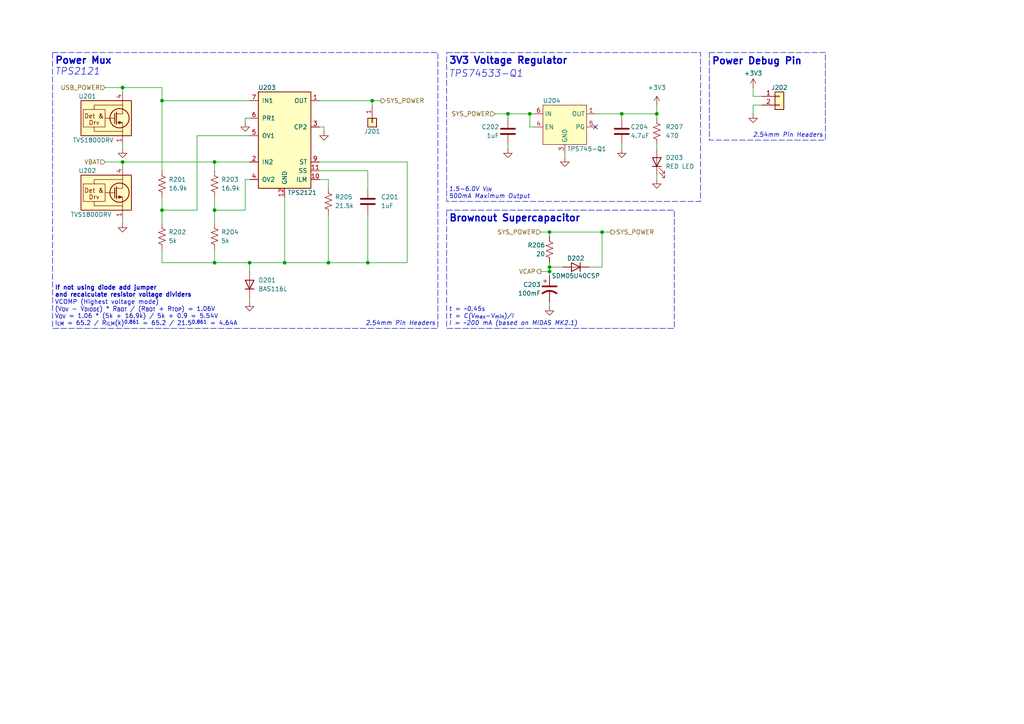
<source format=kicad_sch>
(kicad_sch
	(version 20250114)
	(generator "eeschema")
	(generator_version "9.0")
	(uuid "277be65e-8570-48aa-a203-299a4fc706f3")
	(paper "A4")
	(title_block
		(title "MIDAS Mini Power Circuitry MK1")
		(date "2025-11-06")
		(rev "A")
		(company "Illinois Space Society")
		(comment 3 "Chethan Karandikar")
		(comment 4 "Contributors: Himesh Nasaka, Jackie Li, Aarav Dudhia, Thomas McManamen, ")
	)
	(lib_symbols
		(symbol "Connector_Generic:Conn_01x01"
			(pin_names
				(offset 1.016)
				(hide yes)
			)
			(exclude_from_sim no)
			(in_bom yes)
			(on_board yes)
			(property "Reference" "J"
				(at 0 2.54 0)
				(effects
					(font
						(size 1.27 1.27)
					)
				)
			)
			(property "Value" "Conn_01x01"
				(at 0 -2.54 0)
				(effects
					(font
						(size 1.27 1.27)
					)
				)
			)
			(property "Footprint" ""
				(at 0 0 0)
				(effects
					(font
						(size 1.27 1.27)
					)
					(hide yes)
				)
			)
			(property "Datasheet" "~"
				(at 0 0 0)
				(effects
					(font
						(size 1.27 1.27)
					)
					(hide yes)
				)
			)
			(property "Description" "Generic connector, single row, 01x01, script generated (kicad-library-utils/schlib/autogen/connector/)"
				(at 0 0 0)
				(effects
					(font
						(size 1.27 1.27)
					)
					(hide yes)
				)
			)
			(property "ki_keywords" "connector"
				(at 0 0 0)
				(effects
					(font
						(size 1.27 1.27)
					)
					(hide yes)
				)
			)
			(property "ki_fp_filters" "Connector*:*_1x??_*"
				(at 0 0 0)
				(effects
					(font
						(size 1.27 1.27)
					)
					(hide yes)
				)
			)
			(symbol "Conn_01x01_1_1"
				(rectangle
					(start -1.27 1.27)
					(end 1.27 -1.27)
					(stroke
						(width 0.254)
						(type default)
					)
					(fill
						(type background)
					)
				)
				(rectangle
					(start -1.27 0.127)
					(end 0 -0.127)
					(stroke
						(width 0.1524)
						(type default)
					)
					(fill
						(type none)
					)
				)
				(pin passive line
					(at -5.08 0 0)
					(length 3.81)
					(name "Pin_1"
						(effects
							(font
								(size 1.27 1.27)
							)
						)
					)
					(number "1"
						(effects
							(font
								(size 1.27 1.27)
							)
						)
					)
				)
			)
			(embedded_fonts no)
		)
		(symbol "Connector_Generic:Conn_01x02"
			(pin_names
				(offset 1.016)
				(hide yes)
			)
			(exclude_from_sim no)
			(in_bom yes)
			(on_board yes)
			(property "Reference" "J"
				(at 0 2.54 0)
				(effects
					(font
						(size 1.27 1.27)
					)
				)
			)
			(property "Value" "Conn_01x02"
				(at 0 -5.08 0)
				(effects
					(font
						(size 1.27 1.27)
					)
				)
			)
			(property "Footprint" ""
				(at 0 0 0)
				(effects
					(font
						(size 1.27 1.27)
					)
					(hide yes)
				)
			)
			(property "Datasheet" "~"
				(at 0 0 0)
				(effects
					(font
						(size 1.27 1.27)
					)
					(hide yes)
				)
			)
			(property "Description" "Generic connector, single row, 01x02, script generated (kicad-library-utils/schlib/autogen/connector/)"
				(at 0 0 0)
				(effects
					(font
						(size 1.27 1.27)
					)
					(hide yes)
				)
			)
			(property "ki_keywords" "connector"
				(at 0 0 0)
				(effects
					(font
						(size 1.27 1.27)
					)
					(hide yes)
				)
			)
			(property "ki_fp_filters" "Connector*:*_1x??_*"
				(at 0 0 0)
				(effects
					(font
						(size 1.27 1.27)
					)
					(hide yes)
				)
			)
			(symbol "Conn_01x02_1_1"
				(rectangle
					(start -1.27 1.27)
					(end 1.27 -3.81)
					(stroke
						(width 0.254)
						(type default)
					)
					(fill
						(type background)
					)
				)
				(rectangle
					(start -1.27 0.127)
					(end 0 -0.127)
					(stroke
						(width 0.1524)
						(type default)
					)
					(fill
						(type none)
					)
				)
				(rectangle
					(start -1.27 -2.413)
					(end 0 -2.667)
					(stroke
						(width 0.1524)
						(type default)
					)
					(fill
						(type none)
					)
				)
				(pin passive line
					(at -5.08 0 0)
					(length 3.81)
					(name "Pin_1"
						(effects
							(font
								(size 1.27 1.27)
							)
						)
					)
					(number "1"
						(effects
							(font
								(size 1.27 1.27)
							)
						)
					)
				)
				(pin passive line
					(at -5.08 -2.54 0)
					(length 3.81)
					(name "Pin_2"
						(effects
							(font
								(size 1.27 1.27)
							)
						)
					)
					(number "2"
						(effects
							(font
								(size 1.27 1.27)
							)
						)
					)
				)
			)
			(embedded_fonts no)
		)
		(symbol "Device:C"
			(pin_numbers
				(hide yes)
			)
			(pin_names
				(offset 0.254)
			)
			(exclude_from_sim no)
			(in_bom yes)
			(on_board yes)
			(property "Reference" "C"
				(at 0.635 2.54 0)
				(effects
					(font
						(size 1.27 1.27)
					)
					(justify left)
				)
			)
			(property "Value" "C"
				(at 0.635 -2.54 0)
				(effects
					(font
						(size 1.27 1.27)
					)
					(justify left)
				)
			)
			(property "Footprint" ""
				(at 0.9652 -3.81 0)
				(effects
					(font
						(size 1.27 1.27)
					)
					(hide yes)
				)
			)
			(property "Datasheet" "~"
				(at 0 0 0)
				(effects
					(font
						(size 1.27 1.27)
					)
					(hide yes)
				)
			)
			(property "Description" "Unpolarized capacitor"
				(at 0 0 0)
				(effects
					(font
						(size 1.27 1.27)
					)
					(hide yes)
				)
			)
			(property "ki_keywords" "cap capacitor"
				(at 0 0 0)
				(effects
					(font
						(size 1.27 1.27)
					)
					(hide yes)
				)
			)
			(property "ki_fp_filters" "C_*"
				(at 0 0 0)
				(effects
					(font
						(size 1.27 1.27)
					)
					(hide yes)
				)
			)
			(symbol "C_0_1"
				(polyline
					(pts
						(xy -2.032 0.762) (xy 2.032 0.762)
					)
					(stroke
						(width 0.508)
						(type default)
					)
					(fill
						(type none)
					)
				)
				(polyline
					(pts
						(xy -2.032 -0.762) (xy 2.032 -0.762)
					)
					(stroke
						(width 0.508)
						(type default)
					)
					(fill
						(type none)
					)
				)
			)
			(symbol "C_1_1"
				(pin passive line
					(at 0 3.81 270)
					(length 2.794)
					(name "~"
						(effects
							(font
								(size 1.27 1.27)
							)
						)
					)
					(number "1"
						(effects
							(font
								(size 1.27 1.27)
							)
						)
					)
				)
				(pin passive line
					(at 0 -3.81 90)
					(length 2.794)
					(name "~"
						(effects
							(font
								(size 1.27 1.27)
							)
						)
					)
					(number "2"
						(effects
							(font
								(size 1.27 1.27)
							)
						)
					)
				)
			)
			(embedded_fonts no)
		)
		(symbol "Device:C_Polarized_US"
			(pin_numbers
				(hide yes)
			)
			(pin_names
				(offset 0.254)
				(hide yes)
			)
			(exclude_from_sim no)
			(in_bom yes)
			(on_board yes)
			(property "Reference" "C"
				(at 0.635 2.54 0)
				(effects
					(font
						(size 1.27 1.27)
					)
					(justify left)
				)
			)
			(property "Value" "C_Polarized_US"
				(at 0.635 -2.54 0)
				(effects
					(font
						(size 1.27 1.27)
					)
					(justify left)
				)
			)
			(property "Footprint" ""
				(at 0 0 0)
				(effects
					(font
						(size 1.27 1.27)
					)
					(hide yes)
				)
			)
			(property "Datasheet" "~"
				(at 0 0 0)
				(effects
					(font
						(size 1.27 1.27)
					)
					(hide yes)
				)
			)
			(property "Description" "Polarized capacitor, US symbol"
				(at 0 0 0)
				(effects
					(font
						(size 1.27 1.27)
					)
					(hide yes)
				)
			)
			(property "ki_keywords" "cap capacitor"
				(at 0 0 0)
				(effects
					(font
						(size 1.27 1.27)
					)
					(hide yes)
				)
			)
			(property "ki_fp_filters" "CP_*"
				(at 0 0 0)
				(effects
					(font
						(size 1.27 1.27)
					)
					(hide yes)
				)
			)
			(symbol "C_Polarized_US_0_1"
				(polyline
					(pts
						(xy -2.032 0.762) (xy 2.032 0.762)
					)
					(stroke
						(width 0.508)
						(type default)
					)
					(fill
						(type none)
					)
				)
				(polyline
					(pts
						(xy -1.778 2.286) (xy -0.762 2.286)
					)
					(stroke
						(width 0)
						(type default)
					)
					(fill
						(type none)
					)
				)
				(polyline
					(pts
						(xy -1.27 1.778) (xy -1.27 2.794)
					)
					(stroke
						(width 0)
						(type default)
					)
					(fill
						(type none)
					)
				)
				(arc
					(start -2.032 -1.27)
					(mid 0 -0.5572)
					(end 2.032 -1.27)
					(stroke
						(width 0.508)
						(type default)
					)
					(fill
						(type none)
					)
				)
			)
			(symbol "C_Polarized_US_1_1"
				(pin passive line
					(at 0 3.81 270)
					(length 2.794)
					(name "~"
						(effects
							(font
								(size 1.27 1.27)
							)
						)
					)
					(number "1"
						(effects
							(font
								(size 1.27 1.27)
							)
						)
					)
				)
				(pin passive line
					(at 0 -3.81 90)
					(length 3.302)
					(name "~"
						(effects
							(font
								(size 1.27 1.27)
							)
						)
					)
					(number "2"
						(effects
							(font
								(size 1.27 1.27)
							)
						)
					)
				)
			)
			(embedded_fonts no)
		)
		(symbol "Device:D"
			(pin_numbers
				(hide yes)
			)
			(pin_names
				(offset 1.016)
				(hide yes)
			)
			(exclude_from_sim no)
			(in_bom yes)
			(on_board yes)
			(property "Reference" "D"
				(at 0 2.54 0)
				(effects
					(font
						(size 1.27 1.27)
					)
				)
			)
			(property "Value" "D"
				(at 0 -2.54 0)
				(effects
					(font
						(size 1.27 1.27)
					)
				)
			)
			(property "Footprint" ""
				(at 0 0 0)
				(effects
					(font
						(size 1.27 1.27)
					)
					(hide yes)
				)
			)
			(property "Datasheet" "~"
				(at 0 0 0)
				(effects
					(font
						(size 1.27 1.27)
					)
					(hide yes)
				)
			)
			(property "Description" "Diode"
				(at 0 0 0)
				(effects
					(font
						(size 1.27 1.27)
					)
					(hide yes)
				)
			)
			(property "Sim.Device" "D"
				(at 0 0 0)
				(effects
					(font
						(size 1.27 1.27)
					)
					(hide yes)
				)
			)
			(property "Sim.Pins" "1=K 2=A"
				(at 0 0 0)
				(effects
					(font
						(size 1.27 1.27)
					)
					(hide yes)
				)
			)
			(property "ki_keywords" "diode"
				(at 0 0 0)
				(effects
					(font
						(size 1.27 1.27)
					)
					(hide yes)
				)
			)
			(property "ki_fp_filters" "TO-???* *_Diode_* *SingleDiode* D_*"
				(at 0 0 0)
				(effects
					(font
						(size 1.27 1.27)
					)
					(hide yes)
				)
			)
			(symbol "D_0_1"
				(polyline
					(pts
						(xy -1.27 1.27) (xy -1.27 -1.27)
					)
					(stroke
						(width 0.254)
						(type default)
					)
					(fill
						(type none)
					)
				)
				(polyline
					(pts
						(xy 1.27 1.27) (xy 1.27 -1.27) (xy -1.27 0) (xy 1.27 1.27)
					)
					(stroke
						(width 0.254)
						(type default)
					)
					(fill
						(type none)
					)
				)
				(polyline
					(pts
						(xy 1.27 0) (xy -1.27 0)
					)
					(stroke
						(width 0)
						(type default)
					)
					(fill
						(type none)
					)
				)
			)
			(symbol "D_1_1"
				(pin passive line
					(at -3.81 0 0)
					(length 2.54)
					(name "K"
						(effects
							(font
								(size 1.27 1.27)
							)
						)
					)
					(number "1"
						(effects
							(font
								(size 1.27 1.27)
							)
						)
					)
				)
				(pin passive line
					(at 3.81 0 180)
					(length 2.54)
					(name "A"
						(effects
							(font
								(size 1.27 1.27)
							)
						)
					)
					(number "2"
						(effects
							(font
								(size 1.27 1.27)
							)
						)
					)
				)
			)
			(embedded_fonts no)
		)
		(symbol "Device:LED"
			(pin_numbers
				(hide yes)
			)
			(pin_names
				(offset 1.016)
				(hide yes)
			)
			(exclude_from_sim no)
			(in_bom yes)
			(on_board yes)
			(property "Reference" "D"
				(at 0 2.54 0)
				(effects
					(font
						(size 1.27 1.27)
					)
				)
			)
			(property "Value" "LED"
				(at 0 -2.54 0)
				(effects
					(font
						(size 1.27 1.27)
					)
				)
			)
			(property "Footprint" ""
				(at 0 0 0)
				(effects
					(font
						(size 1.27 1.27)
					)
					(hide yes)
				)
			)
			(property "Datasheet" "~"
				(at 0 0 0)
				(effects
					(font
						(size 1.27 1.27)
					)
					(hide yes)
				)
			)
			(property "Description" "Light emitting diode"
				(at 0 0 0)
				(effects
					(font
						(size 1.27 1.27)
					)
					(hide yes)
				)
			)
			(property "ki_keywords" "LED diode"
				(at 0 0 0)
				(effects
					(font
						(size 1.27 1.27)
					)
					(hide yes)
				)
			)
			(property "ki_fp_filters" "LED* LED_SMD:* LED_THT:*"
				(at 0 0 0)
				(effects
					(font
						(size 1.27 1.27)
					)
					(hide yes)
				)
			)
			(symbol "LED_0_1"
				(polyline
					(pts
						(xy -3.048 -0.762) (xy -4.572 -2.286) (xy -3.81 -2.286) (xy -4.572 -2.286) (xy -4.572 -1.524)
					)
					(stroke
						(width 0)
						(type default)
					)
					(fill
						(type none)
					)
				)
				(polyline
					(pts
						(xy -1.778 -0.762) (xy -3.302 -2.286) (xy -2.54 -2.286) (xy -3.302 -2.286) (xy -3.302 -1.524)
					)
					(stroke
						(width 0)
						(type default)
					)
					(fill
						(type none)
					)
				)
				(polyline
					(pts
						(xy -1.27 0) (xy 1.27 0)
					)
					(stroke
						(width 0)
						(type default)
					)
					(fill
						(type none)
					)
				)
				(polyline
					(pts
						(xy -1.27 -1.27) (xy -1.27 1.27)
					)
					(stroke
						(width 0.254)
						(type default)
					)
					(fill
						(type none)
					)
				)
				(polyline
					(pts
						(xy 1.27 -1.27) (xy 1.27 1.27) (xy -1.27 0) (xy 1.27 -1.27)
					)
					(stroke
						(width 0.254)
						(type default)
					)
					(fill
						(type none)
					)
				)
			)
			(symbol "LED_1_1"
				(pin passive line
					(at -3.81 0 0)
					(length 2.54)
					(name "K"
						(effects
							(font
								(size 1.27 1.27)
							)
						)
					)
					(number "1"
						(effects
							(font
								(size 1.27 1.27)
							)
						)
					)
				)
				(pin passive line
					(at 3.81 0 180)
					(length 2.54)
					(name "A"
						(effects
							(font
								(size 1.27 1.27)
							)
						)
					)
					(number "2"
						(effects
							(font
								(size 1.27 1.27)
							)
						)
					)
				)
			)
			(embedded_fonts no)
		)
		(symbol "Device:R_US"
			(pin_numbers
				(hide yes)
			)
			(pin_names
				(offset 0)
			)
			(exclude_from_sim no)
			(in_bom yes)
			(on_board yes)
			(property "Reference" "R"
				(at 2.54 0 90)
				(effects
					(font
						(size 1.27 1.27)
					)
				)
			)
			(property "Value" "R_US"
				(at -2.54 0 90)
				(effects
					(font
						(size 1.27 1.27)
					)
				)
			)
			(property "Footprint" ""
				(at 1.016 -0.254 90)
				(effects
					(font
						(size 1.27 1.27)
					)
					(hide yes)
				)
			)
			(property "Datasheet" "~"
				(at 0 0 0)
				(effects
					(font
						(size 1.27 1.27)
					)
					(hide yes)
				)
			)
			(property "Description" "Resistor, US symbol"
				(at 0 0 0)
				(effects
					(font
						(size 1.27 1.27)
					)
					(hide yes)
				)
			)
			(property "ki_keywords" "R res resistor"
				(at 0 0 0)
				(effects
					(font
						(size 1.27 1.27)
					)
					(hide yes)
				)
			)
			(property "ki_fp_filters" "R_*"
				(at 0 0 0)
				(effects
					(font
						(size 1.27 1.27)
					)
					(hide yes)
				)
			)
			(symbol "R_US_0_1"
				(polyline
					(pts
						(xy 0 2.286) (xy 0 2.54)
					)
					(stroke
						(width 0)
						(type default)
					)
					(fill
						(type none)
					)
				)
				(polyline
					(pts
						(xy 0 2.286) (xy 1.016 1.905) (xy 0 1.524) (xy -1.016 1.143) (xy 0 0.762)
					)
					(stroke
						(width 0)
						(type default)
					)
					(fill
						(type none)
					)
				)
				(polyline
					(pts
						(xy 0 0.762) (xy 1.016 0.381) (xy 0 0) (xy -1.016 -0.381) (xy 0 -0.762)
					)
					(stroke
						(width 0)
						(type default)
					)
					(fill
						(type none)
					)
				)
				(polyline
					(pts
						(xy 0 -0.762) (xy 1.016 -1.143) (xy 0 -1.524) (xy -1.016 -1.905) (xy 0 -2.286)
					)
					(stroke
						(width 0)
						(type default)
					)
					(fill
						(type none)
					)
				)
				(polyline
					(pts
						(xy 0 -2.286) (xy 0 -2.54)
					)
					(stroke
						(width 0)
						(type default)
					)
					(fill
						(type none)
					)
				)
			)
			(symbol "R_US_1_1"
				(pin passive line
					(at 0 3.81 270)
					(length 1.27)
					(name "~"
						(effects
							(font
								(size 1.27 1.27)
							)
						)
					)
					(number "1"
						(effects
							(font
								(size 1.27 1.27)
							)
						)
					)
				)
				(pin passive line
					(at 0 -3.81 90)
					(length 1.27)
					(name "~"
						(effects
							(font
								(size 1.27 1.27)
							)
						)
					)
					(number "2"
						(effects
							(font
								(size 1.27 1.27)
							)
						)
					)
				)
			)
			(embedded_fonts no)
		)
		(symbol "Power_MUX:TPS2121"
			(pin_names
				(offset 1.016)
			)
			(exclude_from_sim no)
			(in_bom yes)
			(on_board yes)
			(property "Reference" "U"
				(at -6.35 16.51 0)
				(effects
					(font
						(size 1.27 1.27)
					)
				)
			)
			(property "Value" "TPS2121"
				(at 3.81 16.51 0)
				(effects
					(font
						(size 1.27 1.27)
					)
				)
			)
			(property "Footprint" "Package_VQFN:VQFN-HR-RUX0012A"
				(at 0 -20.32 0)
				(effects
					(font
						(size 1.27 1.27)
					)
					(hide yes)
				)
			)
			(property "Datasheet" "https://www.ti.com/product/TPS2121"
				(at 0 -22.86 0)
				(effects
					(font
						(size 1.27 1.27)
					)
					(hide yes)
				)
			)
			(property "Description" "2.7V to 22V, 56-mΩ, 4.5A, power mux with seamless switchover, 2 inputs"
				(at 0 0 0)
				(effects
					(font
						(size 1.27 1.27)
					)
					(hide yes)
				)
			)
			(property "ki_keywords" "2.7V to 22V 56mΩ 4.5A power mux with seamless switchover 2 inputs"
				(at 0 0 0)
				(effects
					(font
						(size 1.27 1.27)
					)
					(hide yes)
				)
			)
			(symbol "TPS2121_0_0"
				(rectangle
					(start -7.62 15.24)
					(end 7.62 -12.7)
					(stroke
						(width 0.254)
						(type default)
					)
					(fill
						(type background)
					)
				)
				(pin power_in line
					(at -10.16 12.7 0)
					(length 2.54)
					(name "IN1"
						(effects
							(font
								(size 1.27 1.27)
							)
						)
					)
					(number "7"
						(effects
							(font
								(size 1.27 1.27)
							)
						)
					)
				)
				(pin input line
					(at -10.16 7.62 0)
					(length 2.54)
					(name "PR1"
						(effects
							(font
								(size 1.27 1.27)
							)
						)
					)
					(number "6"
						(effects
							(font
								(size 1.27 1.27)
							)
						)
					)
				)
				(pin input line
					(at -10.16 2.54 0)
					(length 2.54)
					(name "OV1"
						(effects
							(font
								(size 1.27 1.27)
							)
						)
					)
					(number "5"
						(effects
							(font
								(size 1.27 1.27)
							)
						)
					)
				)
				(pin power_in line
					(at -10.16 -5.08 0)
					(length 2.54)
					(name "IN2"
						(effects
							(font
								(size 1.27 1.27)
							)
						)
					)
					(number "2"
						(effects
							(font
								(size 1.27 1.27)
							)
						)
					)
				)
				(pin input line
					(at -10.16 -10.16 0)
					(length 2.54)
					(name "OV2"
						(effects
							(font
								(size 1.27 1.27)
							)
						)
					)
					(number "4"
						(effects
							(font
								(size 1.27 1.27)
							)
						)
					)
				)
				(pin power_in line
					(at 0 -15.24 90)
					(length 2.54)
					(name "GND"
						(effects
							(font
								(size 1.27 1.27)
							)
						)
					)
					(number "12"
						(effects
							(font
								(size 1.27 1.27)
							)
						)
					)
				)
				(pin input line
					(at 10.16 5.08 180)
					(length 2.54)
					(name "CP2"
						(effects
							(font
								(size 1.27 1.27)
							)
						)
					)
					(number "3"
						(effects
							(font
								(size 1.27 1.27)
							)
						)
					)
				)
				(pin output line
					(at 10.16 -5.08 180)
					(length 2.54)
					(name "ST"
						(effects
							(font
								(size 1.27 1.27)
							)
						)
					)
					(number "9"
						(effects
							(font
								(size 1.27 1.27)
							)
						)
					)
				)
				(pin output line
					(at 10.16 -7.62 180)
					(length 2.54)
					(name "SS"
						(effects
							(font
								(size 1.27 1.27)
							)
						)
					)
					(number "11"
						(effects
							(font
								(size 1.27 1.27)
							)
						)
					)
				)
				(pin output line
					(at 10.16 -10.16 180)
					(length 2.54)
					(name "ILM"
						(effects
							(font
								(size 1.27 1.27)
							)
						)
					)
					(number "10"
						(effects
							(font
								(size 1.27 1.27)
							)
						)
					)
				)
			)
			(symbol "TPS2121_1_0"
				(pin power_out line
					(at 10.16 12.7 180)
					(length 2.54)
					(name "OUT"
						(effects
							(font
								(size 1.27 1.27)
							)
						)
					)
					(number "1"
						(effects
							(font
								(size 1.27 1.27)
							)
						)
					)
				)
				(pin power_out line
					(at 10.16 12.7 180)
					(length 2.54)
					(hide yes)
					(name "OUT"
						(effects
							(font
								(size 1.27 1.27)
							)
						)
					)
					(number "8"
						(effects
							(font
								(size 1.27 1.27)
							)
						)
					)
				)
			)
			(embedded_fonts no)
		)
		(symbol "Power_Protection:TVS1800DRV"
			(pin_names
				(offset 0)
				(hide yes)
			)
			(exclude_from_sim no)
			(in_bom yes)
			(on_board yes)
			(property "Reference" "U"
				(at 2.54 1.27 0)
				(effects
					(font
						(size 1.27 1.27)
					)
					(justify left)
				)
			)
			(property "Value" "TVS1800DRV"
				(at 2.54 -1.27 0)
				(effects
					(font
						(size 1.27 1.27)
					)
					(justify left)
				)
			)
			(property "Footprint" "Package_SON:WSON-6-1EP_2x2mm_P0.65mm_EP1x1.6mm"
				(at 5.08 -8.89 0)
				(effects
					(font
						(size 1.27 1.27)
					)
					(hide yes)
				)
			)
			(property "Datasheet" "http://www.ti.com/lit/ds/symlink/tvs1800.pdf"
				(at -2.54 0 0)
				(effects
					(font
						(size 1.27 1.27)
					)
					(hide yes)
				)
			)
			(property "Description" "Flat-Clamp Surge Protection Device. 18Vrwm, WSON-6"
				(at 0 0 0)
				(effects
					(font
						(size 1.27 1.27)
					)
					(hide yes)
				)
			)
			(property "ki_keywords" "EMI, ESD, TVS protection transient"
				(at 0 0 0)
				(effects
					(font
						(size 1.27 1.27)
					)
					(hide yes)
				)
			)
			(property "ki_fp_filters" "WSON*1EP*2x2mm*P0.65mm*EP1x1.6mm*"
				(at 0 0 0)
				(effects
					(font
						(size 1.27 1.27)
					)
					(hide yes)
				)
			)
			(symbol "TVS1800DRV_0_0"
				(rectangle
					(start -11.43 2.54)
					(end -5.08 -2.54)
					(stroke
						(width 0)
						(type default)
					)
					(fill
						(type none)
					)
				)
				(polyline
					(pts
						(xy -8.255 2.54) (xy -8.255 3.81) (xy 0 3.81)
					)
					(stroke
						(width 0)
						(type default)
					)
					(fill
						(type none)
					)
				)
				(polyline
					(pts
						(xy -8.255 -2.54) (xy -8.255 -3.81) (xy 0 -3.81)
					)
					(stroke
						(width 0)
						(type default)
					)
					(fill
						(type none)
					)
				)
				(polyline
					(pts
						(xy 0 1.27) (xy -1.778 1.27)
					)
					(stroke
						(width 0)
						(type default)
					)
					(fill
						(type none)
					)
				)
				(text "Det &"
					(at -8.255 0.635 0)
					(effects
						(font
							(size 1.27 1.27)
						)
					)
				)
				(text "Drv"
					(at -8.255 -1.27 0)
					(effects
						(font
							(size 1.27 1.27)
						)
					)
				)
			)
			(symbol "TVS1800DRV_0_1"
				(rectangle
					(start -12.065 5.08)
					(end 2.54 -5.08)
					(stroke
						(width 0.254)
						(type default)
					)
					(fill
						(type background)
					)
				)
				(polyline
					(pts
						(xy -2.286 1.397) (xy -2.286 -1.524)
					)
					(stroke
						(width 0.254)
						(type default)
					)
					(fill
						(type none)
					)
				)
				(polyline
					(pts
						(xy -2.286 0) (xy -5.08 0)
					)
					(stroke
						(width 0)
						(type default)
					)
					(fill
						(type none)
					)
				)
				(polyline
					(pts
						(xy -1.778 1.778) (xy -1.778 -1.778)
					)
					(stroke
						(width 0.254)
						(type default)
					)
					(fill
						(type none)
					)
				)
				(circle
					(center -0.889 0)
					(radius 2.794)
					(stroke
						(width 0.254)
						(type default)
					)
					(fill
						(type none)
					)
				)
				(polyline
					(pts
						(xy -0.127 -1.27) (xy -1.143 -1.651) (xy -1.143 -0.889) (xy -0.127 -1.27)
					)
					(stroke
						(width 0)
						(type default)
					)
					(fill
						(type outline)
					)
				)
				(polyline
					(pts
						(xy 0 5.08) (xy 0 2.54)
					)
					(stroke
						(width 0)
						(type default)
					)
					(fill
						(type none)
					)
				)
				(polyline
					(pts
						(xy 0 2.54) (xy 0 1.27)
					)
					(stroke
						(width 0)
						(type default)
					)
					(fill
						(type none)
					)
				)
				(polyline
					(pts
						(xy 0 -2.54) (xy 0 -5.08)
					)
					(stroke
						(width 0)
						(type default)
					)
					(fill
						(type none)
					)
				)
				(polyline
					(pts
						(xy 0 -2.54) (xy 0 -1.27) (xy -1.778 -1.27)
					)
					(stroke
						(width 0)
						(type default)
					)
					(fill
						(type none)
					)
				)
			)
			(symbol "TVS1800DRV_1_1"
				(pin passive line
					(at 0 7.62 270)
					(length 2.54)
					(name "IN"
						(effects
							(font
								(size 1.27 1.27)
							)
						)
					)
					(number "4"
						(effects
							(font
								(size 1.27 1.27)
							)
						)
					)
				)
				(pin passive line
					(at 0 7.62 270)
					(length 2.54)
					(hide yes)
					(name "IN"
						(effects
							(font
								(size 1.27 1.27)
							)
						)
					)
					(number "5"
						(effects
							(font
								(size 1.27 1.27)
							)
						)
					)
				)
				(pin passive line
					(at 0 7.62 270)
					(length 2.54)
					(hide yes)
					(name "IN"
						(effects
							(font
								(size 1.27 1.27)
							)
						)
					)
					(number "6"
						(effects
							(font
								(size 1.27 1.27)
							)
						)
					)
				)
				(pin power_in line
					(at 0 -7.62 90)
					(length 2.54)
					(name "GND"
						(effects
							(font
								(size 1.27 1.27)
							)
						)
					)
					(number "1"
						(effects
							(font
								(size 1.27 1.27)
							)
						)
					)
				)
				(pin passive line
					(at 0 -7.62 90)
					(length 2.54)
					(hide yes)
					(name "GND"
						(effects
							(font
								(size 1.27 1.27)
							)
						)
					)
					(number "2"
						(effects
							(font
								(size 1.27 1.27)
							)
						)
					)
				)
				(pin passive line
					(at 0 -7.62 90)
					(length 2.54)
					(hide yes)
					(name "GND"
						(effects
							(font
								(size 1.27 1.27)
							)
						)
					)
					(number "3"
						(effects
							(font
								(size 1.27 1.27)
							)
						)
					)
				)
				(pin passive line
					(at 0 -7.62 90)
					(length 2.54)
					(hide yes)
					(name "GND"
						(effects
							(font
								(size 1.27 1.27)
							)
						)
					)
					(number "7"
						(effects
							(font
								(size 1.27 1.27)
							)
						)
					)
				)
			)
			(embedded_fonts no)
		)
		(symbol "Regulator_Texas:TPS745-Q1"
			(exclude_from_sim no)
			(in_bom yes)
			(on_board yes)
			(property "Reference" "U"
				(at -6.35 8.89 0)
				(effects
					(font
						(size 1.27 1.27)
					)
				)
			)
			(property "Value" "TPS745-Q1"
				(at 6.35 -5.08 0)
				(effects
					(font
						(size 1.27 1.27)
					)
				)
			)
			(property "Footprint" "Package_SON:WSON-6-1EP_2x2mm_P0.65mm_EP1x1.6mm"
				(at 0 -24.13 0)
				(effects
					(font
						(size 1.27 1.27)
					)
					(hide yes)
				)
			)
			(property "Datasheet" "https://www.ti.com/lit/ds/symlink/tps745-q1.pdf"
				(at 0 -24.13 0)
				(effects
					(font
						(size 1.27 1.27)
					)
					(hide yes)
				)
			)
			(property "Description" "Automotive 500-mA LDO With Power-Good, 1.5-6V Input, WSON-6"
				(at 0 -24.13 0)
				(effects
					(font
						(size 1.27 1.27)
					)
					(hide yes)
				)
			)
			(property "ki_keywords" "TPS745-Q1 Automotive 500-mA LDO Power-Good 1.5-6V WSON-6"
				(at 0 0 0)
				(effects
					(font
						(size 1.27 1.27)
					)
					(hide yes)
				)
			)
			(symbol "TPS745-Q1_0_0"
				(pin power_in line
					(at -8.89 5.08 0)
					(length 2.54)
					(name "IN"
						(effects
							(font
								(size 1.27 1.27)
							)
						)
					)
					(number "6"
						(effects
							(font
								(size 1.27 1.27)
							)
						)
					)
				)
				(pin input line
					(at -8.89 1.27 0)
					(length 2.54)
					(name "EN"
						(effects
							(font
								(size 1.27 1.27)
							)
						)
					)
					(number "4"
						(effects
							(font
								(size 1.27 1.27)
							)
						)
					)
				)
				(pin power_in line
					(at 0 -6.35 90)
					(length 2.54)
					(name "GND"
						(effects
							(font
								(size 1.27 1.27)
							)
						)
					)
					(number "3"
						(effects
							(font
								(size 1.27 1.27)
							)
						)
					)
				)
				(pin power_out line
					(at 8.89 5.08 180)
					(length 2.54)
					(name "OUT"
						(effects
							(font
								(size 1.27 1.27)
							)
						)
					)
					(number "1"
						(effects
							(font
								(size 1.27 1.27)
							)
						)
					)
				)
				(pin output line
					(at 8.89 1.27 180)
					(length 2.54)
					(name "PG"
						(effects
							(font
								(size 1.27 1.27)
							)
						)
					)
					(number "5"
						(effects
							(font
								(size 1.27 1.27)
							)
						)
					)
				)
			)
			(symbol "TPS745-Q1_1_0"
				(pin no_connect line
					(at -8.89 -2.54 0)
					(length 2.54)
					(hide yes)
					(name "NC"
						(effects
							(font
								(size 1.27 1.27)
							)
						)
					)
					(number "2"
						(effects
							(font
								(size 1.27 1.27)
							)
						)
					)
				)
			)
			(symbol "TPS745-Q1_1_1"
				(rectangle
					(start -6.35 7.62)
					(end 6.35 -3.81)
					(stroke
						(width 0)
						(type solid)
					)
					(fill
						(type background)
					)
				)
				(pin power_in line
					(at 0 -6.35 90)
					(length 2.54)
					(hide yes)
					(name "EP"
						(effects
							(font
								(size 1.27 1.27)
							)
						)
					)
					(number "7"
						(effects
							(font
								(size 1.27 1.27)
							)
						)
					)
				)
			)
			(embedded_fonts no)
		)
		(symbol "power:+3V3"
			(power)
			(pin_numbers
				(hide yes)
			)
			(pin_names
				(offset 0)
				(hide yes)
			)
			(exclude_from_sim no)
			(in_bom yes)
			(on_board yes)
			(property "Reference" "#PWR"
				(at 0 -3.81 0)
				(effects
					(font
						(size 1.27 1.27)
					)
					(hide yes)
				)
			)
			(property "Value" "+3V3"
				(at 0 3.556 0)
				(effects
					(font
						(size 1.27 1.27)
					)
				)
			)
			(property "Footprint" ""
				(at 0 0 0)
				(effects
					(font
						(size 1.27 1.27)
					)
					(hide yes)
				)
			)
			(property "Datasheet" ""
				(at 0 0 0)
				(effects
					(font
						(size 1.27 1.27)
					)
					(hide yes)
				)
			)
			(property "Description" "Power symbol creates a global label with name \"+3V3\""
				(at 0 0 0)
				(effects
					(font
						(size 1.27 1.27)
					)
					(hide yes)
				)
			)
			(property "ki_keywords" "global power"
				(at 0 0 0)
				(effects
					(font
						(size 1.27 1.27)
					)
					(hide yes)
				)
			)
			(symbol "+3V3_0_1"
				(polyline
					(pts
						(xy -0.762 1.27) (xy 0 2.54)
					)
					(stroke
						(width 0)
						(type default)
					)
					(fill
						(type none)
					)
				)
				(polyline
					(pts
						(xy 0 2.54) (xy 0.762 1.27)
					)
					(stroke
						(width 0)
						(type default)
					)
					(fill
						(type none)
					)
				)
				(polyline
					(pts
						(xy 0 0) (xy 0 2.54)
					)
					(stroke
						(width 0)
						(type default)
					)
					(fill
						(type none)
					)
				)
			)
			(symbol "+3V3_1_1"
				(pin power_in line
					(at 0 0 90)
					(length 0)
					(name "~"
						(effects
							(font
								(size 1.27 1.27)
							)
						)
					)
					(number "1"
						(effects
							(font
								(size 1.27 1.27)
							)
						)
					)
				)
			)
			(embedded_fonts no)
		)
		(symbol "power:GND"
			(power)
			(pin_numbers
				(hide yes)
			)
			(pin_names
				(offset 0)
				(hide yes)
			)
			(exclude_from_sim no)
			(in_bom yes)
			(on_board yes)
			(property "Reference" "#PWR"
				(at 0 -6.35 0)
				(effects
					(font
						(size 1.27 1.27)
					)
					(hide yes)
				)
			)
			(property "Value" "GND"
				(at 0 -3.81 0)
				(effects
					(font
						(size 1.27 1.27)
					)
				)
			)
			(property "Footprint" ""
				(at 0 0 0)
				(effects
					(font
						(size 1.27 1.27)
					)
					(hide yes)
				)
			)
			(property "Datasheet" ""
				(at 0 0 0)
				(effects
					(font
						(size 1.27 1.27)
					)
					(hide yes)
				)
			)
			(property "Description" "Power symbol creates a global label with name \"GND\" , ground"
				(at 0 0 0)
				(effects
					(font
						(size 1.27 1.27)
					)
					(hide yes)
				)
			)
			(property "ki_keywords" "global power"
				(at 0 0 0)
				(effects
					(font
						(size 1.27 1.27)
					)
					(hide yes)
				)
			)
			(symbol "GND_0_1"
				(polyline
					(pts
						(xy 0 0) (xy 0 -1.27) (xy 1.27 -1.27) (xy 0 -2.54) (xy -1.27 -1.27) (xy 0 -1.27)
					)
					(stroke
						(width 0)
						(type default)
					)
					(fill
						(type none)
					)
				)
			)
			(symbol "GND_1_1"
				(pin power_in line
					(at 0 0 270)
					(length 0)
					(name "~"
						(effects
							(font
								(size 1.27 1.27)
							)
						)
					)
					(number "1"
						(effects
							(font
								(size 1.27 1.27)
							)
						)
					)
				)
			)
			(embedded_fonts no)
		)
	)
	(rectangle
		(start 129.54 60.96)
		(end 195.58 95.25)
		(stroke
			(width 0)
			(type dash)
		)
		(fill
			(type none)
		)
		(uuid 2e3381d5-2635-45c5-923c-6a2700644181)
	)
	(rectangle
		(start 15.24 15.24)
		(end 127 95.25)
		(stroke
			(width 0)
			(type dash)
		)
		(fill
			(type none)
		)
		(uuid 4594d7ce-52c3-426a-84fb-36b7668192f1)
	)
	(rectangle
		(start 205.74 15.24)
		(end 239.395 40.64)
		(stroke
			(width 0)
			(type dash)
		)
		(fill
			(type none)
		)
		(uuid ae2700ea-3eef-4d1e-a92c-e9e0e2ff9fcb)
	)
	(rectangle
		(start 129.54 15.24)
		(end 203.2 58.42)
		(stroke
			(width 0)
			(type dash)
		)
		(fill
			(type none)
		)
		(uuid f44c8017-581b-4ecf-87c0-219fb7412ab7)
	)
	(text "VCOMP (Highest voltage mode)\n(V_{OV} - V_{DIODE}) * R_{BOT} / (R_{BOT} + R_{TOP}) = 1.06V\nV_{OV} = 1.06 * (5k + 16.9k) / 5k + 0.9 = 5.54V\nI_{LM} = 65.2 / R_{ILM}(k)^{0.861} = 65.2 / 21.5^{0.861} = 4.64A"
		(exclude_from_sim no)
		(at 15.875 94.615 0)
		(effects
			(font
				(size 1.27 1.27)
				(thickness 0.1588)
			)
			(justify left bottom)
		)
		(uuid "0d491a42-a9c3-47aa-bad4-4149b5ef6682")
	)
	(text "t = ~0.45s\nt = C(V_{max}−V_{min})/I\nI = ~200 mA (based on MIDAS MK2.1)"
		(exclude_from_sim no)
		(at 130.175 94.615 0)
		(effects
			(font
				(size 1.27 1.27)
				(italic yes)
			)
			(justify left bottom)
		)
		(uuid "1c02759b-6f2a-43a3-b8f4-b8318bb8c9f7")
	)
	(text "Power Debug Pin\n\n"
		(exclude_from_sim no)
		(at 206.375 22.225 0)
		(effects
			(font
				(size 2 2)
				(thickness 0.4)
				(bold yes)
			)
			(justify left bottom)
		)
		(uuid "1daf9758-cb50-4442-8919-d1c5816c4ad9")
	)
	(text "3V3 Voltage Regulator"
		(exclude_from_sim no)
		(at 130.175 16.51 0)
		(effects
			(font
				(size 2 2)
				(thickness 0.4)
				(bold yes)
			)
			(justify left top)
		)
		(uuid "5af1a6d1-5ba2-4907-9a0b-e6703d545af0")
	)
	(text "2.54mm Pin Headers"
		(exclude_from_sim no)
		(at 126.365 94.615 0)
		(effects
			(font
				(size 1.27 1.27)
				(italic yes)
			)
			(justify right bottom)
		)
		(uuid "7ae8646b-816a-4fcb-a408-9716b2180351")
	)
	(text "1.5-6.0V V_{IN}\n500mA Maximum Output"
		(exclude_from_sim no)
		(at 130.175 57.785 0)
		(effects
			(font
				(size 1.27 1.27)
				(italic yes)
			)
			(justify left bottom)
		)
		(uuid "8d4dcbd4-7884-4646-b2ee-233059251415")
	)
	(text "2.54mm Pin Headers"
		(exclude_from_sim no)
		(at 238.76 40.005 0)
		(effects
			(font
				(size 1.27 1.27)
				(italic yes)
			)
			(justify right bottom)
		)
		(uuid "ab232320-3b7f-4e3d-96c4-7dec62d5968c")
	)
	(text "TPS2121"
		(exclude_from_sim no)
		(at 15.875 19.685 0)
		(effects
			(font
				(size 2 2)
				(italic yes)
			)
			(justify left top)
		)
		(uuid "acf6307f-2c7d-46c8-b487-7aab1baf7b86")
	)
	(text "TPS74533-Q1"
		(exclude_from_sim no)
		(at 130.175 20.32 0)
		(effects
			(font
				(size 2 2)
				(italic yes)
			)
			(justify left top)
		)
		(uuid "b35ae749-0be8-439a-b013-5028a5a64c3c")
	)
	(text "Power Mux"
		(exclude_from_sim no)
		(at 15.875 16.51 0)
		(effects
			(font
				(size 2 2)
				(thickness 0.4)
				(bold yes)
			)
			(justify left top)
		)
		(uuid "c63e4b8c-6d3a-4551-9ccc-a2c3bace92bd")
	)
	(text "If not using diode add jumper\nand recalculate resistor voltage dividers"
		(exclude_from_sim no)
		(at 15.875 86.36 0)
		(effects
			(font
				(size 1.27 1.27)
				(bold yes)
			)
			(justify left bottom)
		)
		(uuid "d620e503-d610-4570-8e48-191e2cda1267")
	)
	(text "Brownout Supercapacitor\n"
		(exclude_from_sim no)
		(at 130.175 62.23 0)
		(effects
			(font
				(size 2 2)
				(thickness 0.4)
				(bold yes)
			)
			(justify left top)
		)
		(uuid "f7a49e47-b7b6-4e7b-aba8-4dfe9c7121b7")
	)
	(junction
		(at 107.95 29.21)
		(diameter 0)
		(color 0 0 0 0)
		(uuid "02f14ad5-771d-4151-a1b8-d7f7197a0da6")
	)
	(junction
		(at 174.625 67.31)
		(diameter 0)
		(color 0 0 0 0)
		(uuid "09c0f1e6-48b9-40ba-95d7-d9f12f68c09d")
	)
	(junction
		(at 106.68 76.2)
		(diameter 0)
		(color 0 0 0 0)
		(uuid "1a6fa1f5-6cf9-442d-80fc-ed6fdb7e779d")
	)
	(junction
		(at 153.67 33.02)
		(diameter 0)
		(color 0 0 0 0)
		(uuid "207f08ad-9d01-4e91-8f18-7068b73cf3dc")
	)
	(junction
		(at 82.55 76.2)
		(diameter 0)
		(color 0 0 0 0)
		(uuid "21127a62-f367-4a9c-8a0b-eff750c4d098")
	)
	(junction
		(at 159.385 78.74)
		(diameter 0)
		(color 0 0 0 0)
		(uuid "23c5f2ee-0f43-4443-bd3b-e7e802207a85")
	)
	(junction
		(at 62.23 60.96)
		(diameter 0)
		(color 0 0 0 0)
		(uuid "435a2064-3d61-4160-b182-b0ad20010d56")
	)
	(junction
		(at 35.56 46.99)
		(diameter 0)
		(color 0 0 0 0)
		(uuid "5aab8434-8d79-4643-addd-1f4af46ca2e6")
	)
	(junction
		(at 95.25 76.2)
		(diameter 0)
		(color 0 0 0 0)
		(uuid "5b31e71f-cc71-41f8-9c9d-6d304933fc9a")
	)
	(junction
		(at 35.56 25.4)
		(diameter 0)
		(color 0 0 0 0)
		(uuid "63ee1634-feda-4a8e-a6bf-56de31f4bbf4")
	)
	(junction
		(at 180.34 33.02)
		(diameter 0)
		(color 0 0 0 0)
		(uuid "66c93136-7fec-4005-97bf-e0c13a915053")
	)
	(junction
		(at 62.23 76.2)
		(diameter 0)
		(color 0 0 0 0)
		(uuid "67d2c39b-49c4-457d-97d5-cc03f55139f5")
	)
	(junction
		(at 46.99 29.21)
		(diameter 0)
		(color 0 0 0 0)
		(uuid "68095d20-dd50-4939-b798-08962c4f9228")
	)
	(junction
		(at 46.99 60.96)
		(diameter 0)
		(color 0 0 0 0)
		(uuid "6f1a03f8-f00f-4d2e-bbb9-ca6998349698")
	)
	(junction
		(at 159.385 77.47)
		(diameter 0)
		(color 0 0 0 0)
		(uuid "7369b176-edbf-4ac9-8cc0-f7331a2ffc71")
	)
	(junction
		(at 159.385 67.31)
		(diameter 0)
		(color 0 0 0 0)
		(uuid "96bd2dfc-1796-4d04-9ff1-ad6e218bab89")
	)
	(junction
		(at 147.32 33.02)
		(diameter 0)
		(color 0 0 0 0)
		(uuid "9ea9dba1-383e-4738-baac-08883379f7e3")
	)
	(junction
		(at 72.39 76.2)
		(diameter 0)
		(color 0 0 0 0)
		(uuid "b6d5b010-921c-4df7-8542-bdc6f89e3aa8")
	)
	(junction
		(at 62.23 46.99)
		(diameter 0)
		(color 0 0 0 0)
		(uuid "fa266989-05fd-4771-85e5-c41a7789d85a")
	)
	(junction
		(at 190.5 33.02)
		(diameter 0)
		(color 0 0 0 0)
		(uuid "fd196ce1-f261-497e-b01f-e9a025c972f6")
	)
	(no_connect
		(at 172.72 36.83)
		(uuid "c51454ef-6ba5-460c-82f0-7bc42fe2ebb7")
	)
	(wire
		(pts
			(xy 62.23 46.99) (xy 72.39 46.99)
		)
		(stroke
			(width 0)
			(type default)
		)
		(uuid "000e89b2-5351-4bfd-8275-61adc418aa46")
	)
	(wire
		(pts
			(xy 107.95 30.48) (xy 107.95 29.21)
		)
		(stroke
			(width 0)
			(type default)
		)
		(uuid "0f7ea1e0-6f5b-47e9-a108-7f4f10993677")
	)
	(wire
		(pts
			(xy 35.56 46.99) (xy 62.23 46.99)
		)
		(stroke
			(width 0)
			(type default)
		)
		(uuid "1134d5ce-67a6-4b00-8307-7f5175e40546")
	)
	(wire
		(pts
			(xy 107.95 29.21) (xy 110.49 29.21)
		)
		(stroke
			(width 0)
			(type default)
		)
		(uuid "13a0e388-624b-4d72-b54d-41127723fc93")
	)
	(wire
		(pts
			(xy 174.625 77.47) (xy 170.815 77.47)
		)
		(stroke
			(width 0)
			(type default)
		)
		(uuid "16b52957-e744-4e68-b633-198bdc758f90")
	)
	(wire
		(pts
			(xy 95.25 76.2) (xy 106.68 76.2)
		)
		(stroke
			(width 0)
			(type default)
		)
		(uuid "198d2419-a025-4564-83d0-edfe6f0f857e")
	)
	(wire
		(pts
			(xy 35.56 41.91) (xy 35.56 43.18)
		)
		(stroke
			(width 0)
			(type default)
		)
		(uuid "260fdd7d-aefb-4198-be02-467b709ed179")
	)
	(wire
		(pts
			(xy 174.625 67.31) (xy 177.165 67.31)
		)
		(stroke
			(width 0)
			(type default)
		)
		(uuid "26dad4d2-5270-4565-afc4-0879ed93e2d9")
	)
	(wire
		(pts
			(xy 46.99 29.21) (xy 46.99 49.53)
		)
		(stroke
			(width 0)
			(type default)
		)
		(uuid "27611800-4909-4eb1-b25e-c71cb68ebdd2")
	)
	(wire
		(pts
			(xy 118.11 76.2) (xy 118.11 46.99)
		)
		(stroke
			(width 0)
			(type default)
		)
		(uuid "2d23ca4f-7f0f-4bba-9a59-ac3a3388169c")
	)
	(wire
		(pts
			(xy 71.12 34.29) (xy 72.39 34.29)
		)
		(stroke
			(width 0)
			(type default)
		)
		(uuid "2d915add-e414-4400-9920-88fc083fa6de")
	)
	(wire
		(pts
			(xy 46.99 29.21) (xy 72.39 29.21)
		)
		(stroke
			(width 0)
			(type default)
		)
		(uuid "2db1aedc-0bf6-43f8-a304-7909ed0bb8c0")
	)
	(wire
		(pts
			(xy 30.48 46.99) (xy 35.56 46.99)
		)
		(stroke
			(width 0)
			(type default)
		)
		(uuid "2e17dd55-78e7-4f93-b8fb-6b726f68ad83")
	)
	(wire
		(pts
			(xy 147.32 41.91) (xy 147.32 43.18)
		)
		(stroke
			(width 0)
			(type default)
		)
		(uuid "314780c7-608f-432a-a993-f8e7ab83c309")
	)
	(wire
		(pts
			(xy 62.23 60.96) (xy 71.12 60.96)
		)
		(stroke
			(width 0)
			(type default)
		)
		(uuid "323bdd27-f82d-46fe-a935-18e0e11ca10f")
	)
	(wire
		(pts
			(xy 92.71 29.21) (xy 107.95 29.21)
		)
		(stroke
			(width 0)
			(type default)
		)
		(uuid "341a8153-8379-4a9e-8051-9062120d0e62")
	)
	(wire
		(pts
			(xy 82.55 76.2) (xy 95.25 76.2)
		)
		(stroke
			(width 0)
			(type default)
		)
		(uuid "3732485a-eaa5-43bd-b75e-af3a7c3f7d93")
	)
	(wire
		(pts
			(xy 147.32 33.02) (xy 153.67 33.02)
		)
		(stroke
			(width 0)
			(type default)
		)
		(uuid "3766006f-8fff-47e5-8d63-366ea7d835f2")
	)
	(wire
		(pts
			(xy 71.12 35.56) (xy 71.12 34.29)
		)
		(stroke
			(width 0)
			(type default)
		)
		(uuid "3d9c7ed7-0c01-422a-816c-eb84339b1dcf")
	)
	(wire
		(pts
			(xy 62.23 57.15) (xy 62.23 60.96)
		)
		(stroke
			(width 0)
			(type default)
		)
		(uuid "3ea40e65-4df9-4c57-8787-a54902231513")
	)
	(wire
		(pts
			(xy 72.39 52.07) (xy 71.12 52.07)
		)
		(stroke
			(width 0)
			(type default)
		)
		(uuid "3fd51c8d-812a-4242-a3c0-b9e4e1e171c4")
	)
	(wire
		(pts
			(xy 156.845 67.31) (xy 159.385 67.31)
		)
		(stroke
			(width 0)
			(type default)
		)
		(uuid "41a8256b-59c1-4166-90e5-3a2c1046aaf2")
	)
	(wire
		(pts
			(xy 143.51 33.02) (xy 147.32 33.02)
		)
		(stroke
			(width 0)
			(type default)
		)
		(uuid "4220bdcd-5de8-4855-a799-dc3dd3f4b224")
	)
	(wire
		(pts
			(xy 159.385 67.31) (xy 159.385 68.58)
		)
		(stroke
			(width 0)
			(type default)
		)
		(uuid "4284d296-119f-48e0-a05f-58ca20c7960a")
	)
	(wire
		(pts
			(xy 163.83 45.72) (xy 163.83 44.45)
		)
		(stroke
			(width 0)
			(type default)
		)
		(uuid "428dc1af-0f6b-487b-927f-d3b137cb9174")
	)
	(wire
		(pts
			(xy 93.98 36.83) (xy 92.71 36.83)
		)
		(stroke
			(width 0)
			(type default)
		)
		(uuid "47fab7e5-e808-4b76-860e-70e56c5bb20d")
	)
	(wire
		(pts
			(xy 172.72 33.02) (xy 180.34 33.02)
		)
		(stroke
			(width 0)
			(type default)
		)
		(uuid "498b2a4c-fec2-438b-9144-01245ce3efa9")
	)
	(wire
		(pts
			(xy 156.845 78.74) (xy 159.385 78.74)
		)
		(stroke
			(width 0)
			(type default)
		)
		(uuid "4cc0f334-7b37-4f34-8d43-f775b5d116af")
	)
	(wire
		(pts
			(xy 92.71 52.07) (xy 95.25 52.07)
		)
		(stroke
			(width 0)
			(type default)
		)
		(uuid "4e2d2edc-055f-4a3c-be69-5ed3adffefce")
	)
	(wire
		(pts
			(xy 106.68 49.53) (xy 106.68 54.61)
		)
		(stroke
			(width 0)
			(type default)
		)
		(uuid "5211a098-b691-47ac-80a0-f60b91cbd801")
	)
	(wire
		(pts
			(xy 92.71 46.99) (xy 118.11 46.99)
		)
		(stroke
			(width 0)
			(type default)
		)
		(uuid "522ccccf-d891-45b6-af07-47c48b9696c8")
	)
	(wire
		(pts
			(xy 93.98 38.1) (xy 93.98 36.83)
		)
		(stroke
			(width 0)
			(type default)
		)
		(uuid "588b8bb1-71de-49bc-ba24-24463c1fb7d4")
	)
	(wire
		(pts
			(xy 35.56 46.99) (xy 35.56 48.26)
		)
		(stroke
			(width 0)
			(type default)
		)
		(uuid "609c6368-babe-4ee0-aa71-18af87cdad49")
	)
	(wire
		(pts
			(xy 159.385 77.47) (xy 159.385 78.74)
		)
		(stroke
			(width 0)
			(type default)
		)
		(uuid "636d4d12-9402-4a5e-94e2-b37f353e016d")
	)
	(wire
		(pts
			(xy 159.385 76.2) (xy 159.385 77.47)
		)
		(stroke
			(width 0)
			(type default)
		)
		(uuid "6510b01b-b665-40c5-b9b5-f5b5a5974668")
	)
	(wire
		(pts
			(xy 153.67 33.02) (xy 154.94 33.02)
		)
		(stroke
			(width 0)
			(type default)
		)
		(uuid "6620c074-6125-49cc-8113-0f08e65bb4b4")
	)
	(wire
		(pts
			(xy 159.385 78.74) (xy 159.385 80.01)
		)
		(stroke
			(width 0)
			(type default)
		)
		(uuid "6689d1e1-44d8-474e-98b6-fade413b135d")
	)
	(wire
		(pts
			(xy 147.32 34.29) (xy 147.32 33.02)
		)
		(stroke
			(width 0)
			(type default)
		)
		(uuid "6957418e-2378-4c7a-9355-3ec277a77213")
	)
	(wire
		(pts
			(xy 46.99 25.4) (xy 46.99 29.21)
		)
		(stroke
			(width 0)
			(type default)
		)
		(uuid "75dab065-c272-4280-8761-76ab92ed967c")
	)
	(wire
		(pts
			(xy 180.34 33.02) (xy 180.34 34.29)
		)
		(stroke
			(width 0)
			(type default)
		)
		(uuid "7ced1161-beaa-41c6-a253-79aab1bb5244")
	)
	(wire
		(pts
			(xy 62.23 60.96) (xy 62.23 64.77)
		)
		(stroke
			(width 0)
			(type default)
		)
		(uuid "7f431072-14f6-40f2-99db-df34ee5c7a54")
	)
	(wire
		(pts
			(xy 57.15 39.37) (xy 72.39 39.37)
		)
		(stroke
			(width 0)
			(type default)
		)
		(uuid "7fe81691-beae-44b0-ad41-0653fd4e97be")
	)
	(wire
		(pts
			(xy 218.44 30.48) (xy 220.98 30.48)
		)
		(stroke
			(width 0)
			(type default)
		)
		(uuid "8124daae-7e97-49a1-bcef-058d901fe68f")
	)
	(wire
		(pts
			(xy 159.385 87.63) (xy 159.385 88.9)
		)
		(stroke
			(width 0)
			(type default)
		)
		(uuid "8770cb6d-46cd-4cda-b7c8-fcf9a19fb6dd")
	)
	(wire
		(pts
			(xy 62.23 46.99) (xy 62.23 49.53)
		)
		(stroke
			(width 0)
			(type default)
		)
		(uuid "888827f3-a99f-48f3-a3c7-a02132fb663d")
	)
	(wire
		(pts
			(xy 62.23 72.39) (xy 62.23 76.2)
		)
		(stroke
			(width 0)
			(type default)
		)
		(uuid "9275f0b4-3368-4d91-835c-05671dfef137")
	)
	(wire
		(pts
			(xy 190.5 30.48) (xy 190.5 33.02)
		)
		(stroke
			(width 0)
			(type default)
		)
		(uuid "92fd2c6b-63e2-421a-96b1-0f3aae2a3aea")
	)
	(wire
		(pts
			(xy 35.56 63.5) (xy 35.56 64.77)
		)
		(stroke
			(width 0)
			(type default)
		)
		(uuid "930d21b6-4aef-455a-a14a-5ef8a93a69d6")
	)
	(wire
		(pts
			(xy 180.34 33.02) (xy 190.5 33.02)
		)
		(stroke
			(width 0)
			(type default)
		)
		(uuid "952d6706-66e5-4749-9d3f-41d463b6d3c1")
	)
	(wire
		(pts
			(xy 220.98 27.94) (xy 218.44 27.94)
		)
		(stroke
			(width 0)
			(type default)
		)
		(uuid "9744924c-6c56-4de6-aa74-22a1073e4813")
	)
	(wire
		(pts
			(xy 218.44 27.94) (xy 218.44 25.4)
		)
		(stroke
			(width 0)
			(type default)
		)
		(uuid "998b74f4-e4f7-43a2-9f77-da7aea54962c")
	)
	(wire
		(pts
			(xy 159.385 77.47) (xy 163.195 77.47)
		)
		(stroke
			(width 0)
			(type default)
		)
		(uuid "99f19608-aa93-4be9-a4e2-7c6355432fcf")
	)
	(wire
		(pts
			(xy 72.39 76.2) (xy 72.39 78.74)
		)
		(stroke
			(width 0)
			(type default)
		)
		(uuid "9dad7fa4-ee60-4b93-afe6-aac0e4a3dfca")
	)
	(wire
		(pts
			(xy 92.71 49.53) (xy 106.68 49.53)
		)
		(stroke
			(width 0)
			(type default)
		)
		(uuid "9f8ba1c8-0419-42d9-ae64-04695815d9fb")
	)
	(wire
		(pts
			(xy 106.68 62.23) (xy 106.68 76.2)
		)
		(stroke
			(width 0)
			(type default)
		)
		(uuid "a1177ca5-183f-4f2e-b4bf-369367f47892")
	)
	(wire
		(pts
			(xy 46.99 60.96) (xy 57.15 60.96)
		)
		(stroke
			(width 0)
			(type default)
		)
		(uuid "a555572c-49e8-4937-9f5d-d1bd5b1c9928")
	)
	(wire
		(pts
			(xy 190.5 50.8) (xy 190.5 52.07)
		)
		(stroke
			(width 0)
			(type default)
		)
		(uuid "a61f9a12-b358-46b2-a36f-618bc34b94c8")
	)
	(wire
		(pts
			(xy 72.39 76.2) (xy 82.55 76.2)
		)
		(stroke
			(width 0)
			(type default)
		)
		(uuid "aaf4b9dd-b942-4866-af90-0300100c308a")
	)
	(wire
		(pts
			(xy 159.385 67.31) (xy 174.625 67.31)
		)
		(stroke
			(width 0)
			(type default)
		)
		(uuid "b091960d-3c91-4b8a-87a6-8737e0ef0b23")
	)
	(wire
		(pts
			(xy 218.44 33.02) (xy 218.44 30.48)
		)
		(stroke
			(width 0)
			(type default)
		)
		(uuid "b7952324-c0d7-4ff4-af5f-36909c99913e")
	)
	(wire
		(pts
			(xy 71.12 52.07) (xy 71.12 60.96)
		)
		(stroke
			(width 0)
			(type default)
		)
		(uuid "b7c58e68-1908-4d06-a239-a8b2244b5a9d")
	)
	(wire
		(pts
			(xy 57.15 60.96) (xy 57.15 39.37)
		)
		(stroke
			(width 0)
			(type default)
		)
		(uuid "bc329bb8-e882-45c4-9e60-4d775c0dec87")
	)
	(wire
		(pts
			(xy 95.25 62.23) (xy 95.25 76.2)
		)
		(stroke
			(width 0)
			(type default)
		)
		(uuid "bcda69e2-38d9-4f62-bce3-0be77e88a17e")
	)
	(wire
		(pts
			(xy 180.34 41.91) (xy 180.34 43.18)
		)
		(stroke
			(width 0)
			(type default)
		)
		(uuid "bcde9d43-b188-4de2-baa8-0fbcbd2d26eb")
	)
	(wire
		(pts
			(xy 72.39 86.36) (xy 72.39 87.63)
		)
		(stroke
			(width 0)
			(type default)
		)
		(uuid "bd1b44c5-b644-4342-aead-ba9037bde68a")
	)
	(wire
		(pts
			(xy 106.68 76.2) (xy 118.11 76.2)
		)
		(stroke
			(width 0)
			(type default)
		)
		(uuid "c2915393-62fa-4448-9c0e-b0d214b954df")
	)
	(wire
		(pts
			(xy 62.23 76.2) (xy 72.39 76.2)
		)
		(stroke
			(width 0)
			(type default)
		)
		(uuid "cf708191-71e5-459e-8f0a-d9adef04314c")
	)
	(wire
		(pts
			(xy 30.48 25.4) (xy 35.56 25.4)
		)
		(stroke
			(width 0)
			(type default)
		)
		(uuid "d092481e-5d62-4205-b8a3-186678d837a0")
	)
	(wire
		(pts
			(xy 174.625 67.31) (xy 174.625 77.47)
		)
		(stroke
			(width 0)
			(type default)
		)
		(uuid "d0dc4cb4-2e49-43c1-9cf1-82e116a06db6")
	)
	(wire
		(pts
			(xy 46.99 60.96) (xy 46.99 64.77)
		)
		(stroke
			(width 0)
			(type default)
		)
		(uuid "d1aed35a-0f78-4c7c-ae8c-fd7ce59d6bbc")
	)
	(wire
		(pts
			(xy 95.25 52.07) (xy 95.25 54.61)
		)
		(stroke
			(width 0)
			(type default)
		)
		(uuid "d3d75d09-dd1d-476a-9f0a-71af3aaa04dd")
	)
	(wire
		(pts
			(xy 35.56 25.4) (xy 46.99 25.4)
		)
		(stroke
			(width 0)
			(type default)
		)
		(uuid "d4fee605-3481-4aca-93f0-5434e7a423d4")
	)
	(wire
		(pts
			(xy 190.5 41.91) (xy 190.5 43.18)
		)
		(stroke
			(width 0)
			(type default)
		)
		(uuid "d848f7c0-c200-460f-bee2-05c00a5c7913")
	)
	(wire
		(pts
			(xy 153.67 36.83) (xy 154.94 36.83)
		)
		(stroke
			(width 0)
			(type default)
		)
		(uuid "d9b2fdcd-7d86-4c5a-a3ac-c77375ff5ebe")
	)
	(wire
		(pts
			(xy 190.5 34.29) (xy 190.5 33.02)
		)
		(stroke
			(width 0)
			(type default)
		)
		(uuid "e05c86df-19e5-4ae1-af65-358f3d3ff770")
	)
	(wire
		(pts
			(xy 35.56 25.4) (xy 35.56 26.67)
		)
		(stroke
			(width 0)
			(type default)
		)
		(uuid "ea06db4c-cfbf-40de-89dd-2b3371d4e6d9")
	)
	(wire
		(pts
			(xy 46.99 57.15) (xy 46.99 60.96)
		)
		(stroke
			(width 0)
			(type default)
		)
		(uuid "edeb528a-4e38-4191-bc79-261bfbb2c919")
	)
	(wire
		(pts
			(xy 82.55 57.15) (xy 82.55 76.2)
		)
		(stroke
			(width 0)
			(type default)
		)
		(uuid "ee8cb84f-72aa-48ad-87c3-f6b59dd8d173")
	)
	(wire
		(pts
			(xy 153.67 33.02) (xy 153.67 36.83)
		)
		(stroke
			(width 0)
			(type default)
		)
		(uuid "f67a514b-3f8d-4754-8c08-a69fecd57cd6")
	)
	(wire
		(pts
			(xy 46.99 76.2) (xy 62.23 76.2)
		)
		(stroke
			(width 0)
			(type default)
		)
		(uuid "f9025596-c3de-47ea-a7f1-a4d6e8ec5779")
	)
	(wire
		(pts
			(xy 46.99 72.39) (xy 46.99 76.2)
		)
		(stroke
			(width 0)
			(type default)
		)
		(uuid "ff83103a-704b-4bf8-a62c-7cee799fda21")
	)
	(hierarchical_label "SYS_POWER"
		(shape input)
		(at 143.51 33.02 180)
		(effects
			(font
				(size 1.27 1.27)
			)
			(justify right)
		)
		(uuid "0962926a-f76c-4707-a8ce-0f8f5c55ef60")
	)
	(hierarchical_label "VCAP"
		(shape output)
		(at 156.845 78.74 180)
		(effects
			(font
				(size 1.27 1.27)
			)
			(justify right)
		)
		(uuid "4846c88b-9069-4f1f-8210-b7464478d487")
	)
	(hierarchical_label "VBAT"
		(shape input)
		(at 30.48 46.99 180)
		(effects
			(font
				(size 1.27 1.27)
			)
			(justify right)
		)
		(uuid "48490395-b09a-4753-98e7-e2255ccc288f")
	)
	(hierarchical_label "SYS_POWER"
		(shape output)
		(at 177.165 67.31 0)
		(effects
			(font
				(size 1.27 1.27)
			)
			(justify left)
		)
		(uuid "a7077675-6737-4e39-b71a-1ce781953b5e")
	)
	(hierarchical_label "USB_POWER"
		(shape input)
		(at 30.48 25.4 180)
		(effects
			(font
				(size 1.27 1.27)
			)
			(justify right)
		)
		(uuid "ab096e46-7571-4a2c-af8e-66ae53f9d983")
	)
	(hierarchical_label "SYS_POWER"
		(shape output)
		(at 110.49 29.21 0)
		(effects
			(font
				(size 1.27 1.27)
			)
			(justify left)
		)
		(uuid "dca9f35e-95e5-464c-b539-d3d63cdfda19")
	)
	(hierarchical_label "SYS_POWER"
		(shape input)
		(at 156.845 67.31 180)
		(effects
			(font
				(size 1.27 1.27)
			)
			(justify right)
		)
		(uuid "eaa99b7a-5d4c-4f2c-977a-3cf66c49d6f2")
	)
	(symbol
		(lib_id "power:GND")
		(at 35.56 43.18 0)
		(unit 1)
		(exclude_from_sim no)
		(in_bom yes)
		(on_board yes)
		(dnp no)
		(uuid "00aacb80-52b9-4f6d-be47-7252d68586c6")
		(property "Reference" "#PWR0201"
			(at 35.56 49.53 0)
			(effects
				(font
					(size 1.27 1.27)
				)
				(hide yes)
			)
		)
		(property "Value" "GND"
			(at 35.56 47.625 0)
			(effects
				(font
					(size 1.27 1.27)
				)
				(hide yes)
			)
		)
		(property "Footprint" ""
			(at 35.56 43.18 0)
			(effects
				(font
					(size 1.27 1.27)
				)
				(hide yes)
			)
		)
		(property "Datasheet" ""
			(at 35.56 43.18 0)
			(effects
				(font
					(size 1.27 1.27)
				)
				(hide yes)
			)
		)
		(property "Description" ""
			(at 35.56 43.18 0)
			(effects
				(font
					(size 1.27 1.27)
				)
				(hide yes)
			)
		)
		(pin "1"
			(uuid "0613184d-5b64-4a17-9da0-a7d6317e1c78")
		)
		(instances
			(project "Mini-MK1"
				(path "/0941d445-abe5-4c4a-84ea-6134de0a1f2b/32ce2aba-9186-4123-a005-d961d98b988d"
					(reference "#PWR0201")
					(unit 1)
				)
			)
		)
	)
	(symbol
		(lib_id "power:+3V3")
		(at 190.5 30.48 0)
		(unit 1)
		(exclude_from_sim no)
		(in_bom yes)
		(on_board yes)
		(dnp no)
		(fields_autoplaced yes)
		(uuid "0c8868b1-c2bd-4956-92aa-f2c96e4d0677")
		(property "Reference" "#PWR0210"
			(at 190.5 34.29 0)
			(effects
				(font
					(size 1.27 1.27)
				)
				(hide yes)
			)
		)
		(property "Value" "+3V3"
			(at 190.5 25.4 0)
			(effects
				(font
					(size 1.27 1.27)
				)
			)
		)
		(property "Footprint" ""
			(at 190.5 30.48 0)
			(effects
				(font
					(size 1.27 1.27)
				)
				(hide yes)
			)
		)
		(property "Datasheet" ""
			(at 190.5 30.48 0)
			(effects
				(font
					(size 1.27 1.27)
				)
				(hide yes)
			)
		)
		(property "Description" "Power symbol creates a global label with name \"+3V3\""
			(at 190.5 30.48 0)
			(effects
				(font
					(size 1.27 1.27)
				)
				(hide yes)
			)
		)
		(pin "1"
			(uuid "c5ff6231-be65-4b00-ad60-a083badf0883")
		)
		(instances
			(project "Mini-MK1"
				(path "/0941d445-abe5-4c4a-84ea-6134de0a1f2b/32ce2aba-9186-4123-a005-d961d98b988d"
					(reference "#PWR0210")
					(unit 1)
				)
			)
		)
	)
	(symbol
		(lib_id "power:GND")
		(at 190.5 52.07 0)
		(unit 1)
		(exclude_from_sim no)
		(in_bom yes)
		(on_board yes)
		(dnp no)
		(fields_autoplaced yes)
		(uuid "15cbfb37-2395-4694-862a-49f8af4a1f7e")
		(property "Reference" "#PWR0211"
			(at 190.5 58.42 0)
			(effects
				(font
					(size 1.27 1.27)
				)
				(hide yes)
			)
		)
		(property "Value" "GND"
			(at 190.5 57.15 0)
			(effects
				(font
					(size 1.27 1.27)
				)
				(hide yes)
			)
		)
		(property "Footprint" ""
			(at 190.5 52.07 0)
			(effects
				(font
					(size 1.27 1.27)
				)
				(hide yes)
			)
		)
		(property "Datasheet" ""
			(at 190.5 52.07 0)
			(effects
				(font
					(size 1.27 1.27)
				)
				(hide yes)
			)
		)
		(property "Description" "Power symbol creates a global label with name \"GND\" , ground"
			(at 190.5 52.07 0)
			(effects
				(font
					(size 1.27 1.27)
				)
				(hide yes)
			)
		)
		(pin "1"
			(uuid "2d5d54a2-9a06-4e84-b2fe-7ad66bc37bb8")
		)
		(instances
			(project "Mini-MK1"
				(path "/0941d445-abe5-4c4a-84ea-6134de0a1f2b/32ce2aba-9186-4123-a005-d961d98b988d"
					(reference "#PWR0211")
					(unit 1)
				)
			)
		)
	)
	(symbol
		(lib_id "power:GND")
		(at 163.83 45.72 0)
		(unit 1)
		(exclude_from_sim no)
		(in_bom yes)
		(on_board yes)
		(dnp no)
		(fields_autoplaced yes)
		(uuid "180b48fc-b314-4828-9562-7769358a9bbe")
		(property "Reference" "#PWR0208"
			(at 163.83 52.07 0)
			(effects
				(font
					(size 1.27 1.27)
				)
				(hide yes)
			)
		)
		(property "Value" "GND"
			(at 163.83 50.8 0)
			(effects
				(font
					(size 1.27 1.27)
				)
				(hide yes)
			)
		)
		(property "Footprint" ""
			(at 163.83 45.72 0)
			(effects
				(font
					(size 1.27 1.27)
				)
				(hide yes)
			)
		)
		(property "Datasheet" ""
			(at 163.83 45.72 0)
			(effects
				(font
					(size 1.27 1.27)
				)
				(hide yes)
			)
		)
		(property "Description" "Power symbol creates a global label with name \"GND\" , ground"
			(at 163.83 45.72 0)
			(effects
				(font
					(size 1.27 1.27)
				)
				(hide yes)
			)
		)
		(pin "1"
			(uuid "871c3479-e982-4d76-a14c-4522ca86a6a8")
		)
		(instances
			(project "Mini-MK1"
				(path "/0941d445-abe5-4c4a-84ea-6134de0a1f2b/32ce2aba-9186-4123-a005-d961d98b988d"
					(reference "#PWR0208")
					(unit 1)
				)
			)
		)
	)
	(symbol
		(lib_id "Power_MUX:TPS2121")
		(at 82.55 41.91 0)
		(unit 1)
		(exclude_from_sim no)
		(in_bom yes)
		(on_board yes)
		(dnp no)
		(uuid "1a37b92f-2aff-438f-a5a3-4fd366bd5aa2")
		(property "Reference" "U203"
			(at 77.47 25.4 0)
			(effects
				(font
					(size 1.27 1.27)
				)
			)
		)
		(property "Value" "TPS2121"
			(at 87.63 55.88 0)
			(effects
				(font
					(size 1.27 1.27)
				)
			)
		)
		(property "Footprint" "Package_DFN_QFN:Texas_VQFN-HR-12_2x2.5mm_P0.5mm"
			(at 82.55 41.91 0)
			(effects
				(font
					(size 1.27 1.27)
				)
				(justify bottom)
				(hide yes)
			)
		)
		(property "Datasheet" "https://www.ti.com/lit/ds/symlink/tps2121.pdf?ts=1705304589947&ref_url=http%253A%252F%252Fwww.ti.com%252Ftool%252FTIDA-010008"
			(at 82.55 41.91 0)
			(effects
				(font
					(size 1.27 1.27)
				)
				(hide yes)
			)
		)
		(property "Description" ""
			(at 82.55 41.91 0)
			(effects
				(font
					(size 1.27 1.27)
				)
				(hide yes)
			)
		)
		(pin "10"
			(uuid "0513ef5e-5e80-4338-9448-7783b7fa816e")
		)
		(pin "11"
			(uuid "c460b4f9-d774-488d-afa5-dcf7641348be")
		)
		(pin "12"
			(uuid "016a333f-0432-4dea-82ff-bf79d327814f")
		)
		(pin "2"
			(uuid "9f99b93c-a97e-497f-85e6-0a7d6470bb4c")
		)
		(pin "3"
			(uuid "1aac1b37-d2a2-4f5a-87f4-fb21f9e5362d")
		)
		(pin "4"
			(uuid "ee185c0c-478e-493f-8461-b9f5113c3307")
		)
		(pin "5"
			(uuid "337ba088-69f7-4dd3-b6b7-482f73fe2f1c")
		)
		(pin "6"
			(uuid "a12139bc-b740-4a5f-afaa-6f87b1a9cab7")
		)
		(pin "7"
			(uuid "2eb80eb4-36ab-4872-91ca-94bdf4aeed7f")
		)
		(pin "9"
			(uuid "faa971cd-ef8f-4ab4-99f5-d793ccf71e25")
		)
		(pin "1"
			(uuid "1a6d774b-8d2f-4e27-8b70-0b4cfc23cfd6")
		)
		(pin "8"
			(uuid "7129c676-68fe-4806-962d-bae96147c683")
		)
		(instances
			(project "Mini-MK1"
				(path "/0941d445-abe5-4c4a-84ea-6134de0a1f2b/32ce2aba-9186-4123-a005-d961d98b988d"
					(reference "U203")
					(unit 1)
				)
			)
		)
	)
	(symbol
		(lib_id "Device:R_US")
		(at 190.5 38.1 0)
		(unit 1)
		(exclude_from_sim no)
		(in_bom yes)
		(on_board yes)
		(dnp no)
		(uuid "1f44fb08-621a-49a6-8fab-60225127a5c1")
		(property "Reference" "R207"
			(at 193.04 36.83 0)
			(effects
				(font
					(size 1.27 1.27)
				)
				(justify left)
			)
		)
		(property "Value" "470"
			(at 193.04 39.37 0)
			(effects
				(font
					(size 1.27 1.27)
				)
				(justify left)
			)
		)
		(property "Footprint" "Resistor_SMD:R_0402_1005Metric"
			(at 191.516 38.354 90)
			(effects
				(font
					(size 1.27 1.27)
				)
				(hide yes)
			)
		)
		(property "Datasheet" "~"
			(at 190.5 38.1 0)
			(effects
				(font
					(size 1.27 1.27)
				)
				(hide yes)
			)
		)
		(property "Description" ""
			(at 190.5 38.1 0)
			(effects
				(font
					(size 1.27 1.27)
				)
				(hide yes)
			)
		)
		(pin "1"
			(uuid "5dc7668d-a315-47a5-ad14-32b3c8df9eb2")
		)
		(pin "2"
			(uuid "07bb9798-8567-471c-822a-a5a253b00457")
		)
		(instances
			(project "Mini-MK1"
				(path "/0941d445-abe5-4c4a-84ea-6134de0a1f2b/32ce2aba-9186-4123-a005-d961d98b988d"
					(reference "R207")
					(unit 1)
				)
			)
		)
	)
	(symbol
		(lib_id "Device:LED")
		(at 190.5 46.99 90)
		(unit 1)
		(exclude_from_sim no)
		(in_bom yes)
		(on_board yes)
		(dnp no)
		(uuid "283ef064-c2af-4335-94fc-7c7c52eede62")
		(property "Reference" "D203"
			(at 193.04 45.72 90)
			(effects
				(font
					(size 1.27 1.27)
				)
				(justify right)
			)
		)
		(property "Value" "RED LED"
			(at 193.04 48.26 90)
			(effects
				(font
					(size 1.27 1.27)
				)
				(justify right)
			)
		)
		(property "Footprint" "LED_SMD:LED_0603_1608Metric"
			(at 190.5 46.99 0)
			(effects
				(font
					(size 1.27 1.27)
				)
				(hide yes)
			)
		)
		(property "Datasheet" "https://www.kingbrightusa.com/images/catalog/SPEC/APT1608SURCK.pdf"
			(at 190.5 46.99 0)
			(effects
				(font
					(size 1.27 1.27)
				)
				(hide yes)
			)
		)
		(property "Description" ""
			(at 190.5 46.99 0)
			(effects
				(font
					(size 1.27 1.27)
				)
				(hide yes)
			)
		)
		(pin "1"
			(uuid "e0465021-29e2-498e-bc45-6bcbf37091aa")
		)
		(pin "2"
			(uuid "373a1ce1-8da6-4e2a-9e66-fd8edb39c689")
		)
		(instances
			(project "Mini-MK1"
				(path "/0941d445-abe5-4c4a-84ea-6134de0a1f2b/32ce2aba-9186-4123-a005-d961d98b988d"
					(reference "D203")
					(unit 1)
				)
			)
		)
	)
	(symbol
		(lib_id "Power_Protection:TVS1800DRV")
		(at 35.56 34.29 0)
		(unit 1)
		(exclude_from_sim no)
		(in_bom yes)
		(on_board yes)
		(dnp no)
		(uuid "28c1eeb9-8689-4e7f-b6bc-01791ce851e8")
		(property "Reference" "U201"
			(at 27.94 27.94 0)
			(effects
				(font
					(size 1.27 1.27)
				)
				(justify right)
			)
		)
		(property "Value" "TVS1800DRV"
			(at 33.02 40.64 0)
			(effects
				(font
					(size 1.27 1.27)
				)
				(justify right)
			)
		)
		(property "Footprint" "Package_SON:WSON-6-1EP_2x2mm_P0.65mm_EP1x1.6mm"
			(at 40.64 43.18 0)
			(effects
				(font
					(size 1.27 1.27)
				)
				(hide yes)
			)
		)
		(property "Datasheet" "http://www.ti.com/lit/ds/symlink/tvs1800.pdf"
			(at 33.02 34.29 0)
			(effects
				(font
					(size 1.27 1.27)
				)
				(hide yes)
			)
		)
		(property "Description" "Flat-Clamp Surge Protection Device. 18Vrwm, WSON-6"
			(at 35.56 34.29 0)
			(effects
				(font
					(size 1.27 1.27)
				)
				(hide yes)
			)
		)
		(pin "4"
			(uuid "2cc88cad-2c0e-4f99-bdec-80be35dd8bdd")
		)
		(pin "6"
			(uuid "9f023293-71ba-47c2-b7d3-dbb27e70d0bf")
		)
		(pin "2"
			(uuid "7c157d6c-9601-43a6-87ca-4f426c149f71")
		)
		(pin "1"
			(uuid "c71ffa34-005c-4113-a1bd-54901f9de34c")
		)
		(pin "7"
			(uuid "b93b2131-825f-42d0-b517-0fcfc31b8cea")
		)
		(pin "3"
			(uuid "c2134981-50d0-4587-a652-b8d16b834ad0")
		)
		(pin "5"
			(uuid "fce58086-dd47-48ad-af0c-5eb9577b6669")
		)
		(instances
			(project "Mini-MK1"
				(path "/0941d445-abe5-4c4a-84ea-6134de0a1f2b/32ce2aba-9186-4123-a005-d961d98b988d"
					(reference "U201")
					(unit 1)
				)
			)
		)
	)
	(symbol
		(lib_id "Device:R_US")
		(at 95.25 58.42 180)
		(unit 1)
		(exclude_from_sim no)
		(in_bom yes)
		(on_board yes)
		(dnp no)
		(fields_autoplaced yes)
		(uuid "2bf7d408-29da-4cdd-8d4a-4b5193b8c43d")
		(property "Reference" "R205"
			(at 97.155 57.15 0)
			(effects
				(font
					(size 1.27 1.27)
				)
				(justify right)
			)
		)
		(property "Value" "21.5k"
			(at 97.155 59.69 0)
			(effects
				(font
					(size 1.27 1.27)
				)
				(justify right)
			)
		)
		(property "Footprint" "Resistor_SMD:R_0402_1005Metric"
			(at 94.234 58.166 90)
			(effects
				(font
					(size 1.27 1.27)
				)
				(hide yes)
			)
		)
		(property "Datasheet" "~"
			(at 95.25 58.42 0)
			(effects
				(font
					(size 1.27 1.27)
				)
				(hide yes)
			)
		)
		(property "Description" ""
			(at 95.25 58.42 0)
			(effects
				(font
					(size 1.27 1.27)
				)
				(hide yes)
			)
		)
		(pin "1"
			(uuid "cf617382-9b57-419a-9490-64f0160a7699")
		)
		(pin "2"
			(uuid "1ab14294-f03a-454c-8d35-75bdbbd2ab8c")
		)
		(instances
			(project "Mini-MK1"
				(path "/0941d445-abe5-4c4a-84ea-6134de0a1f2b/32ce2aba-9186-4123-a005-d961d98b988d"
					(reference "R205")
					(unit 1)
				)
			)
		)
	)
	(symbol
		(lib_id "Device:C")
		(at 147.32 38.1 0)
		(unit 1)
		(exclude_from_sim no)
		(in_bom yes)
		(on_board yes)
		(dnp no)
		(uuid "2f895fb9-a07f-4b81-b0b5-479101272ccb")
		(property "Reference" "C202"
			(at 144.78 36.83 0)
			(effects
				(font
					(size 1.27 1.27)
				)
				(justify right)
			)
		)
		(property "Value" "1uF"
			(at 144.78 39.37 0)
			(effects
				(font
					(size 1.27 1.27)
				)
				(justify right)
			)
		)
		(property "Footprint" "Capacitor_SMD:C_0402_1005Metric"
			(at 148.2852 41.91 0)
			(effects
				(font
					(size 1.27 1.27)
				)
				(hide yes)
			)
		)
		(property "Datasheet" "~"
			(at 147.32 38.1 0)
			(effects
				(font
					(size 1.27 1.27)
				)
				(hide yes)
			)
		)
		(property "Description" "Unpolarized capacitor"
			(at 147.32 38.1 0)
			(effects
				(font
					(size 1.27 1.27)
				)
				(hide yes)
			)
		)
		(pin "1"
			(uuid "b3640ea4-1d9a-4df4-81f5-bfe0c82b86ab")
		)
		(pin "2"
			(uuid "3d67d297-6dd0-46bd-9110-8404672fa9e5")
		)
		(instances
			(project "Mini-MK1"
				(path "/0941d445-abe5-4c4a-84ea-6134de0a1f2b/32ce2aba-9186-4123-a005-d961d98b988d"
					(reference "C202")
					(unit 1)
				)
			)
		)
	)
	(symbol
		(lib_id "Device:C_Polarized_US")
		(at 159.385 83.82 0)
		(unit 1)
		(exclude_from_sim no)
		(in_bom yes)
		(on_board yes)
		(dnp no)
		(uuid "34f023c7-ba4e-4526-99de-e1a144d08987")
		(property "Reference" "C203"
			(at 156.845 82.55 0)
			(effects
				(font
					(size 1.27 1.27)
				)
				(justify right)
			)
		)
		(property "Value" "100mF"
			(at 156.845 85.09 0)
			(effects
				(font
					(size 1.27 1.27)
				)
				(justify right)
			)
		)
		(property "Footprint" "Capacitor_SMD:CP_Elec_10x10.5"
			(at 159.385 83.82 0)
			(effects
				(font
					(size 1.27 1.27)
				)
				(hide yes)
			)
		)
		(property "Datasheet" "https://www.mouser.com/ProductDetail/KEMET/FC0H104ZFTBR24?qs=BenOyfdfArqPNE%252BRTL9lYQ%3D%3D&utm_id=22340552284&utm_source=google&utm_medium=cpc&utm_marketing_tactic=amercorp&gad_source=1&gad_campaignid=22340553736&gbraid=0AAAAADn_wf0lepi-TKk1G6RD-G-Oh3wb5&gclid=Cj0KCQiAq7HIBhDoARIsAOATDxDwkNBt5FkvOgnkDhsISLR30tHHxEndGjqFIuD7ql-SYhX6yQtzMsYaAtS5EALw_wcB"
			(at 159.385 83.82 0)
			(effects
				(font
					(size 1.27 1.27)
				)
				(hide yes)
			)
		)
		(property "Description" "FC0H104ZFTBR24"
			(at 159.385 83.82 0)
			(effects
				(font
					(size 1.27 1.27)
				)
				(hide yes)
			)
		)
		(pin "1"
			(uuid "3d5de72c-a0f5-4791-9925-270ca4bc883e")
		)
		(pin "2"
			(uuid "cc17ed16-8457-4191-b783-be53738bc8a8")
		)
		(instances
			(project "Mini-MK1"
				(path "/0941d445-abe5-4c4a-84ea-6134de0a1f2b/32ce2aba-9186-4123-a005-d961d98b988d"
					(reference "C203")
					(unit 1)
				)
			)
		)
	)
	(symbol
		(lib_id "Power_Protection:TVS1800DRV")
		(at 35.56 55.88 0)
		(unit 1)
		(exclude_from_sim no)
		(in_bom yes)
		(on_board yes)
		(dnp no)
		(uuid "393ae5ee-47af-4c57-9a0c-832f099d23e7")
		(property "Reference" "U202"
			(at 27.94 49.53 0)
			(effects
				(font
					(size 1.27 1.27)
				)
				(justify right)
			)
		)
		(property "Value" "TVS1800DRV"
			(at 32.385 62.23 0)
			(effects
				(font
					(size 1.27 1.27)
				)
				(justify right)
			)
		)
		(property "Footprint" "Package_SON:WSON-6-1EP_2x2mm_P0.65mm_EP1x1.6mm"
			(at 40.64 64.77 0)
			(effects
				(font
					(size 1.27 1.27)
				)
				(hide yes)
			)
		)
		(property "Datasheet" "http://www.ti.com/lit/ds/symlink/tvs1800.pdf"
			(at 33.02 55.88 0)
			(effects
				(font
					(size 1.27 1.27)
				)
				(hide yes)
			)
		)
		(property "Description" "Flat-Clamp Surge Protection Device. 18Vrwm, WSON-6"
			(at 35.56 55.88 0)
			(effects
				(font
					(size 1.27 1.27)
				)
				(hide yes)
			)
		)
		(pin "4"
			(uuid "9e40f654-9c38-4cb5-8bc2-00ea10c840d3")
		)
		(pin "6"
			(uuid "5ac0463f-71c2-415a-b2e0-787040d19eea")
		)
		(pin "2"
			(uuid "a4007f1e-853f-4b4a-b4d7-3f1765b91d01")
		)
		(pin "1"
			(uuid "b8acc211-456a-4880-b137-baf51d099c5c")
		)
		(pin "7"
			(uuid "1499a23f-3bc0-489d-8c26-5148d90ed354")
		)
		(pin "3"
			(uuid "31555365-0852-4d69-ac76-45f730a4d60f")
		)
		(pin "5"
			(uuid "e650aedb-01dd-4024-aab4-e8f1af72d9c5")
		)
		(instances
			(project "Mini-MK1"
				(path "/0941d445-abe5-4c4a-84ea-6134de0a1f2b/32ce2aba-9186-4123-a005-d961d98b988d"
					(reference "U202")
					(unit 1)
				)
			)
		)
	)
	(symbol
		(lib_id "power:GND")
		(at 159.385 88.9 0)
		(unit 1)
		(exclude_from_sim no)
		(in_bom yes)
		(on_board yes)
		(dnp no)
		(fields_autoplaced yes)
		(uuid "3ac7f81e-0f05-4518-bc78-1e136566c7cd")
		(property "Reference" "#PWR0207"
			(at 159.385 95.25 0)
			(effects
				(font
					(size 1.27 1.27)
				)
				(hide yes)
			)
		)
		(property "Value" "GND"
			(at 159.385 93.98 0)
			(effects
				(font
					(size 1.27 1.27)
				)
				(hide yes)
			)
		)
		(property "Footprint" ""
			(at 159.385 88.9 0)
			(effects
				(font
					(size 1.27 1.27)
				)
				(hide yes)
			)
		)
		(property "Datasheet" ""
			(at 159.385 88.9 0)
			(effects
				(font
					(size 1.27 1.27)
				)
				(hide yes)
			)
		)
		(property "Description" "Power symbol creates a global label with name \"GND\" , ground"
			(at 159.385 88.9 0)
			(effects
				(font
					(size 1.27 1.27)
				)
				(hide yes)
			)
		)
		(pin "1"
			(uuid "86caa0e4-b02b-4485-b9fd-abadb3cc6bbb")
		)
		(instances
			(project "Mini-MK1"
				(path "/0941d445-abe5-4c4a-84ea-6134de0a1f2b/32ce2aba-9186-4123-a005-d961d98b988d"
					(reference "#PWR0207")
					(unit 1)
				)
			)
		)
	)
	(symbol
		(lib_id "power:GND")
		(at 180.34 43.18 0)
		(unit 1)
		(exclude_from_sim no)
		(in_bom yes)
		(on_board yes)
		(dnp no)
		(fields_autoplaced yes)
		(uuid "52d7157d-458f-4cca-becb-4c07051e12f2")
		(property "Reference" "#PWR0209"
			(at 180.34 49.53 0)
			(effects
				(font
					(size 1.27 1.27)
				)
				(hide yes)
			)
		)
		(property "Value" "GND"
			(at 180.34 48.26 0)
			(effects
				(font
					(size 1.27 1.27)
				)
				(hide yes)
			)
		)
		(property "Footprint" ""
			(at 180.34 43.18 0)
			(effects
				(font
					(size 1.27 1.27)
				)
				(hide yes)
			)
		)
		(property "Datasheet" ""
			(at 180.34 43.18 0)
			(effects
				(font
					(size 1.27 1.27)
				)
				(hide yes)
			)
		)
		(property "Description" "Power symbol creates a global label with name \"GND\" , ground"
			(at 180.34 43.18 0)
			(effects
				(font
					(size 1.27 1.27)
				)
				(hide yes)
			)
		)
		(pin "1"
			(uuid "e383385e-6ee6-4964-9e37-7703e6975523")
		)
		(instances
			(project "Mini-MK1"
				(path "/0941d445-abe5-4c4a-84ea-6134de0a1f2b/32ce2aba-9186-4123-a005-d961d98b988d"
					(reference "#PWR0209")
					(unit 1)
				)
			)
		)
	)
	(symbol
		(lib_id "power:GND")
		(at 72.39 87.63 0)
		(unit 1)
		(exclude_from_sim no)
		(in_bom yes)
		(on_board yes)
		(dnp no)
		(uuid "5d046082-07d1-490c-afe5-5ed19170251c")
		(property "Reference" "#PWR0204"
			(at 72.39 93.98 0)
			(effects
				(font
					(size 1.27 1.27)
				)
				(hide yes)
			)
		)
		(property "Value" "GND"
			(at 72.39 92.075 0)
			(effects
				(font
					(size 1.27 1.27)
				)
				(hide yes)
			)
		)
		(property "Footprint" ""
			(at 72.39 87.63 0)
			(effects
				(font
					(size 1.27 1.27)
				)
				(hide yes)
			)
		)
		(property "Datasheet" ""
			(at 72.39 87.63 0)
			(effects
				(font
					(size 1.27 1.27)
				)
				(hide yes)
			)
		)
		(property "Description" ""
			(at 72.39 87.63 0)
			(effects
				(font
					(size 1.27 1.27)
				)
				(hide yes)
			)
		)
		(pin "1"
			(uuid "0db7ca47-d324-43af-af7e-3856c27ee019")
		)
		(instances
			(project "Mini-MK1"
				(path "/0941d445-abe5-4c4a-84ea-6134de0a1f2b/32ce2aba-9186-4123-a005-d961d98b988d"
					(reference "#PWR0204")
					(unit 1)
				)
			)
		)
	)
	(symbol
		(lib_id "Device:D")
		(at 167.005 77.47 180)
		(unit 1)
		(exclude_from_sim no)
		(in_bom yes)
		(on_board yes)
		(dnp no)
		(uuid "5d4db421-3b81-44cf-a0b8-a2fd8f48d4b6")
		(property "Reference" "D202"
			(at 167.005 74.93 0)
			(effects
				(font
					(size 1.27 1.27)
				)
			)
		)
		(property "Value" "SDM05U40CSP"
			(at 167.005 80.01 0)
			(effects
				(font
					(size 1.27 1.27)
				)
			)
		)
		(property "Footprint" "Diode_SMD:D_SOD-882"
			(at 167.005 77.47 0)
			(effects
				(font
					(size 1.27 1.27)
				)
				(hide yes)
			)
		)
		(property "Datasheet" "https://www.diodes.com/assets/Datasheets/SDM05U40CSP.pdf"
			(at 167.005 77.47 0)
			(effects
				(font
					(size 1.27 1.27)
				)
				(hide yes)
			)
		)
		(property "Description" "Diode"
			(at 167.005 77.47 0)
			(effects
				(font
					(size 1.27 1.27)
				)
				(hide yes)
			)
		)
		(property "Sim.Device" "D"
			(at 167.005 77.47 0)
			(effects
				(font
					(size 1.27 1.27)
				)
				(hide yes)
			)
		)
		(property "Sim.Pins" "1=K 2=A"
			(at 167.005 77.47 0)
			(effects
				(font
					(size 1.27 1.27)
				)
				(hide yes)
			)
		)
		(pin "2"
			(uuid "ccf09021-7a6c-4a96-b2d3-02eca6f49db2")
		)
		(pin "1"
			(uuid "c91b5e1f-4efe-43cd-a593-136501839d95")
		)
		(instances
			(project "Mini-MK1"
				(path "/0941d445-abe5-4c4a-84ea-6134de0a1f2b/32ce2aba-9186-4123-a005-d961d98b988d"
					(reference "D202")
					(unit 1)
				)
			)
		)
	)
	(symbol
		(lib_id "Device:R_US")
		(at 46.99 68.58 0)
		(unit 1)
		(exclude_from_sim no)
		(in_bom yes)
		(on_board yes)
		(dnp no)
		(uuid "5f94be9e-d961-40df-b848-2894110c9f6b")
		(property "Reference" "R202"
			(at 48.895 67.31 0)
			(effects
				(font
					(size 1.27 1.27)
				)
				(justify left)
			)
		)
		(property "Value" "5k"
			(at 48.895 69.85 0)
			(effects
				(font
					(size 1.27 1.27)
				)
				(justify left)
			)
		)
		(property "Footprint" "Resistor_SMD:R_0402_1005Metric"
			(at 48.006 68.834 90)
			(effects
				(font
					(size 1.27 1.27)
				)
				(hide yes)
			)
		)
		(property "Datasheet" "~"
			(at 46.99 68.58 0)
			(effects
				(font
					(size 1.27 1.27)
				)
				(hide yes)
			)
		)
		(property "Description" ""
			(at 46.99 68.58 0)
			(effects
				(font
					(size 1.27 1.27)
				)
				(hide yes)
			)
		)
		(pin "1"
			(uuid "d0d4f820-c4b9-477b-a6dc-f400dd3ceb01")
		)
		(pin "2"
			(uuid "a516d306-a21f-4840-84d0-b065672ba057")
		)
		(instances
			(project "Mini-MK1"
				(path "/0941d445-abe5-4c4a-84ea-6134de0a1f2b/32ce2aba-9186-4123-a005-d961d98b988d"
					(reference "R202")
					(unit 1)
				)
			)
		)
	)
	(symbol
		(lib_id "Device:R_US")
		(at 62.23 53.34 0)
		(unit 1)
		(exclude_from_sim no)
		(in_bom yes)
		(on_board yes)
		(dnp no)
		(uuid "70907c75-0db5-42df-8152-9b0932e65031")
		(property "Reference" "R203"
			(at 64.135 52.07 0)
			(effects
				(font
					(size 1.27 1.27)
				)
				(justify left)
			)
		)
		(property "Value" "16.9k"
			(at 64.135 54.61 0)
			(effects
				(font
					(size 1.27 1.27)
				)
				(justify left)
			)
		)
		(property "Footprint" "Resistor_SMD:R_0402_1005Metric"
			(at 63.246 53.594 90)
			(effects
				(font
					(size 1.27 1.27)
				)
				(hide yes)
			)
		)
		(property "Datasheet" "~"
			(at 62.23 53.34 0)
			(effects
				(font
					(size 1.27 1.27)
				)
				(hide yes)
			)
		)
		(property "Description" ""
			(at 62.23 53.34 0)
			(effects
				(font
					(size 1.27 1.27)
				)
				(hide yes)
			)
		)
		(pin "1"
			(uuid "12b76a21-077d-4d64-8f20-7811aeeead0e")
		)
		(pin "2"
			(uuid "94ffb1b8-72be-4f90-876e-e26431d9f4a6")
		)
		(instances
			(project "Mini-MK1"
				(path "/0941d445-abe5-4c4a-84ea-6134de0a1f2b/32ce2aba-9186-4123-a005-d961d98b988d"
					(reference "R203")
					(unit 1)
				)
			)
		)
	)
	(symbol
		(lib_id "power:GND")
		(at 93.98 38.1 0)
		(unit 1)
		(exclude_from_sim no)
		(in_bom yes)
		(on_board yes)
		(dnp no)
		(uuid "7c2df71b-3c58-4588-98bf-66a27ee1bf25")
		(property "Reference" "#PWR0205"
			(at 93.98 44.45 0)
			(effects
				(font
					(size 1.27 1.27)
				)
				(hide yes)
			)
		)
		(property "Value" "GND"
			(at 93.98 42.545 0)
			(effects
				(font
					(size 1.27 1.27)
				)
				(hide yes)
			)
		)
		(property "Footprint" ""
			(at 93.98 38.1 0)
			(effects
				(font
					(size 1.27 1.27)
				)
				(hide yes)
			)
		)
		(property "Datasheet" ""
			(at 93.98 38.1 0)
			(effects
				(font
					(size 1.27 1.27)
				)
				(hide yes)
			)
		)
		(property "Description" ""
			(at 93.98 38.1 0)
			(effects
				(font
					(size 1.27 1.27)
				)
				(hide yes)
			)
		)
		(pin "1"
			(uuid "973cd29c-bdca-4edb-8650-1d647db3fecf")
		)
		(instances
			(project "Mini-MK1"
				(path "/0941d445-abe5-4c4a-84ea-6134de0a1f2b/32ce2aba-9186-4123-a005-d961d98b988d"
					(reference "#PWR0205")
					(unit 1)
				)
			)
		)
	)
	(symbol
		(lib_id "Regulator_Texas:TPS745-Q1")
		(at 163.83 38.1 0)
		(unit 1)
		(exclude_from_sim no)
		(in_bom yes)
		(on_board yes)
		(dnp no)
		(uuid "8ce6a271-bb7e-40b4-b1fe-03c6779ecee2")
		(property "Reference" "U204"
			(at 160.02 29.21 0)
			(effects
				(font
					(size 1.27 1.27)
				)
			)
		)
		(property "Value" "TPS745-Q1"
			(at 170.18 43.18 0)
			(effects
				(font
					(size 1.27 1.27)
				)
			)
		)
		(property "Footprint" "Package_SON:WSON-6-1EP_2x2mm_P0.65mm_EP1x1.6mm"
			(at 163.83 62.23 0)
			(effects
				(font
					(size 1.27 1.27)
				)
				(hide yes)
			)
		)
		(property "Datasheet" "https://www.ti.com/lit/ds/symlink/tps745-q1.pdf"
			(at 163.83 62.23 0)
			(effects
				(font
					(size 1.27 1.27)
				)
				(hide yes)
			)
		)
		(property "Description" "Automotive 500-mA LDO With Power-Good, 1.5-6V Input, WSON-6"
			(at 163.83 62.23 0)
			(effects
				(font
					(size 1.27 1.27)
				)
				(hide yes)
			)
		)
		(pin "2"
			(uuid "f8c89732-a141-41e7-a958-938eda131460")
		)
		(pin "4"
			(uuid "f2d26363-7c6a-4a06-867b-eaba14c1d06d")
		)
		(pin "3"
			(uuid "16c73b90-f405-437b-be80-926c0a73e8fe")
		)
		(pin "1"
			(uuid "71a871ea-4611-4b9d-8c8c-0160934096e0")
		)
		(pin "5"
			(uuid "ad5afa31-9a25-49d7-a09e-322200c9a9d3")
		)
		(pin "6"
			(uuid "32e0df4c-fdcd-45aa-9b7e-8b2f03f94ba0")
		)
		(pin "7"
			(uuid "2e69451a-a1f5-42cc-91b0-95a934b8289f")
		)
		(instances
			(project "Mini-MK1"
				(path "/0941d445-abe5-4c4a-84ea-6134de0a1f2b/32ce2aba-9186-4123-a005-d961d98b988d"
					(reference "U204")
					(unit 1)
				)
			)
		)
	)
	(symbol
		(lib_id "Device:C")
		(at 106.68 58.42 180)
		(unit 1)
		(exclude_from_sim no)
		(in_bom yes)
		(on_board yes)
		(dnp no)
		(fields_autoplaced yes)
		(uuid "90035d33-a8ee-4c04-816b-0a71e61af8a5")
		(property "Reference" "C201"
			(at 110.49 57.15 0)
			(effects
				(font
					(size 1.27 1.27)
				)
				(justify right)
			)
		)
		(property "Value" "1uF"
			(at 110.49 59.69 0)
			(effects
				(font
					(size 1.27 1.27)
				)
				(justify right)
			)
		)
		(property "Footprint" "Capacitor_SMD:C_0402_1005Metric"
			(at 105.7148 54.61 0)
			(effects
				(font
					(size 1.27 1.27)
				)
				(hide yes)
			)
		)
		(property "Datasheet" "~"
			(at 106.68 58.42 0)
			(effects
				(font
					(size 1.27 1.27)
				)
				(hide yes)
			)
		)
		(property "Description" ""
			(at 106.68 58.42 0)
			(effects
				(font
					(size 1.27 1.27)
				)
				(hide yes)
			)
		)
		(pin "1"
			(uuid "92c2bee9-274f-44c6-94cb-108276e7d692")
		)
		(pin "2"
			(uuid "ecd31d65-3887-459a-9b86-fda532d758d0")
		)
		(instances
			(project "Mini-MK1"
				(path "/0941d445-abe5-4c4a-84ea-6134de0a1f2b/32ce2aba-9186-4123-a005-d961d98b988d"
					(reference "C201")
					(unit 1)
				)
			)
		)
	)
	(symbol
		(lib_id "power:GND")
		(at 35.56 64.77 0)
		(unit 1)
		(exclude_from_sim no)
		(in_bom yes)
		(on_board yes)
		(dnp no)
		(uuid "9a3b440d-4939-4651-9097-a77e7b12abcb")
		(property "Reference" "#PWR0202"
			(at 35.56 71.12 0)
			(effects
				(font
					(size 1.27 1.27)
				)
				(hide yes)
			)
		)
		(property "Value" "GND"
			(at 35.56 69.215 0)
			(effects
				(font
					(size 1.27 1.27)
				)
				(hide yes)
			)
		)
		(property "Footprint" ""
			(at 35.56 64.77 0)
			(effects
				(font
					(size 1.27 1.27)
				)
				(hide yes)
			)
		)
		(property "Datasheet" ""
			(at 35.56 64.77 0)
			(effects
				(font
					(size 1.27 1.27)
				)
				(hide yes)
			)
		)
		(property "Description" ""
			(at 35.56 64.77 0)
			(effects
				(font
					(size 1.27 1.27)
				)
				(hide yes)
			)
		)
		(pin "1"
			(uuid "0e7d0210-3f14-46d6-b758-713911efea7e")
		)
		(instances
			(project "Mini-MK1"
				(path "/0941d445-abe5-4c4a-84ea-6134de0a1f2b/32ce2aba-9186-4123-a005-d961d98b988d"
					(reference "#PWR0202")
					(unit 1)
				)
			)
		)
	)
	(symbol
		(lib_id "Device:R_US")
		(at 159.385 72.39 180)
		(unit 1)
		(exclude_from_sim no)
		(in_bom yes)
		(on_board yes)
		(dnp no)
		(uuid "ae5421be-cb81-4407-bffa-5f59ecd74347")
		(property "Reference" "R206"
			(at 158.115 71.12 0)
			(effects
				(font
					(size 1.27 1.27)
				)
				(justify left)
			)
		)
		(property "Value" "20"
			(at 158.115 73.66 0)
			(effects
				(font
					(size 1.27 1.27)
				)
				(justify left)
			)
		)
		(property "Footprint" "Resistor_SMD:R_0612_1632Metric"
			(at 158.369 72.136 90)
			(effects
				(font
					(size 1.27 1.27)
				)
				(hide yes)
			)
		)
		(property "Datasheet" "https://www.digikey.com/en/products/detail/rohm-semiconductor/LTR18EZPF20R0/16686729"
			(at 159.385 72.39 0)
			(effects
				(font
					(size 1.27 1.27)
				)
				(hide yes)
			)
		)
		(property "Description" ""
			(at 159.385 72.39 0)
			(effects
				(font
					(size 1.27 1.27)
				)
			)
		)
		(pin "1"
			(uuid "913535fc-eb5e-436c-8023-3cf41173fee1")
		)
		(pin "2"
			(uuid "0a3089fa-eeff-430d-b4ba-cf921d193969")
		)
		(instances
			(project "Mini-MK1"
				(path "/0941d445-abe5-4c4a-84ea-6134de0a1f2b/32ce2aba-9186-4123-a005-d961d98b988d"
					(reference "R206")
					(unit 1)
				)
			)
		)
	)
	(symbol
		(lib_id "Device:R_US")
		(at 62.23 68.58 0)
		(unit 1)
		(exclude_from_sim no)
		(in_bom yes)
		(on_board yes)
		(dnp no)
		(uuid "b8641dab-d3ee-40d2-8a0f-43d9b95e51dd")
		(property "Reference" "R204"
			(at 64.135 67.31 0)
			(effects
				(font
					(size 1.27 1.27)
				)
				(justify left)
			)
		)
		(property "Value" "5k"
			(at 64.135 69.85 0)
			(effects
				(font
					(size 1.27 1.27)
				)
				(justify left)
			)
		)
		(property "Footprint" "Resistor_SMD:R_0402_1005Metric"
			(at 63.246 68.834 90)
			(effects
				(font
					(size 1.27 1.27)
				)
				(hide yes)
			)
		)
		(property "Datasheet" "~"
			(at 62.23 68.58 0)
			(effects
				(font
					(size 1.27 1.27)
				)
				(hide yes)
			)
		)
		(property "Description" ""
			(at 62.23 68.58 0)
			(effects
				(font
					(size 1.27 1.27)
				)
				(hide yes)
			)
		)
		(pin "1"
			(uuid "01ed9945-bfd2-4048-a46d-b3ba1731ccf3")
		)
		(pin "2"
			(uuid "726a2b58-5fcb-464b-808a-594d71172313")
		)
		(instances
			(project "Mini-MK1"
				(path "/0941d445-abe5-4c4a-84ea-6134de0a1f2b/32ce2aba-9186-4123-a005-d961d98b988d"
					(reference "R204")
					(unit 1)
				)
			)
		)
	)
	(symbol
		(lib_id "Device:C")
		(at 180.34 38.1 0)
		(unit 1)
		(exclude_from_sim no)
		(in_bom yes)
		(on_board yes)
		(dnp no)
		(uuid "bfac6423-d6a8-47dc-86ad-e187e0dd8b9c")
		(property "Reference" "C204"
			(at 182.88 36.83 0)
			(effects
				(font
					(size 1.27 1.27)
				)
				(justify left)
			)
		)
		(property "Value" "4.7uF"
			(at 182.88 39.37 0)
			(effects
				(font
					(size 1.27 1.27)
				)
				(justify left)
			)
		)
		(property "Footprint" "Capacitor_SMD:C_0402_1005Metric"
			(at 181.3052 41.91 0)
			(effects
				(font
					(size 1.27 1.27)
				)
				(hide yes)
			)
		)
		(property "Datasheet" "~"
			(at 180.34 38.1 0)
			(effects
				(font
					(size 1.27 1.27)
				)
				(hide yes)
			)
		)
		(property "Description" "Unpolarized capacitor"
			(at 180.34 38.1 0)
			(effects
				(font
					(size 1.27 1.27)
				)
				(hide yes)
			)
		)
		(pin "1"
			(uuid "997bc101-caf9-4ecf-8480-d254eee30407")
		)
		(pin "2"
			(uuid "741678c6-7137-447b-a10c-c3d2ae589745")
		)
		(instances
			(project "Mini-MK1"
				(path "/0941d445-abe5-4c4a-84ea-6134de0a1f2b/32ce2aba-9186-4123-a005-d961d98b988d"
					(reference "C204")
					(unit 1)
				)
			)
		)
	)
	(symbol
		(lib_id "Connector_Generic:Conn_01x02")
		(at 226.06 27.94 0)
		(unit 1)
		(exclude_from_sim no)
		(in_bom yes)
		(on_board yes)
		(dnp no)
		(uuid "c06b1bfe-0125-490c-8bef-ffad0bbcdd8b")
		(property "Reference" "J202"
			(at 226.06 25.4 0)
			(effects
				(font
					(size 1.27 1.27)
				)
			)
		)
		(property "Value" "Conn_01x02"
			(at 226.06 33.02 0)
			(effects
				(font
					(size 1.27 1.27)
				)
				(hide yes)
			)
		)
		(property "Footprint" "Connector_PinSocket_2.54mm:PinSocket_1x02_P2.54mm_Vertical"
			(at 226.06 27.94 0)
			(effects
				(font
					(size 1.27 1.27)
				)
				(hide yes)
			)
		)
		(property "Datasheet" "~"
			(at 226.06 27.94 0)
			(effects
				(font
					(size 1.27 1.27)
				)
				(hide yes)
			)
		)
		(property "Description" ""
			(at 226.06 27.94 0)
			(effects
				(font
					(size 1.27 1.27)
				)
				(hide yes)
			)
		)
		(pin "1"
			(uuid "559a20fa-d92f-4c34-ad77-564a671c3859")
		)
		(pin "2"
			(uuid "28f26006-d4ab-4899-a80d-170ed7dfb586")
		)
		(instances
			(project "Mini-MK1"
				(path "/0941d445-abe5-4c4a-84ea-6134de0a1f2b/32ce2aba-9186-4123-a005-d961d98b988d"
					(reference "J202")
					(unit 1)
				)
			)
		)
	)
	(symbol
		(lib_id "Device:R_US")
		(at 46.99 53.34 0)
		(unit 1)
		(exclude_from_sim no)
		(in_bom yes)
		(on_board yes)
		(dnp no)
		(uuid "c1def41d-78bd-4d2a-b361-b10788050b4a")
		(property "Reference" "R201"
			(at 48.895 52.07 0)
			(effects
				(font
					(size 1.27 1.27)
				)
				(justify left)
			)
		)
		(property "Value" "16.9k"
			(at 48.895 54.61 0)
			(effects
				(font
					(size 1.27 1.27)
				)
				(justify left)
			)
		)
		(property "Footprint" "Resistor_SMD:R_0402_1005Metric"
			(at 48.006 53.594 90)
			(effects
				(font
					(size 1.27 1.27)
				)
				(hide yes)
			)
		)
		(property "Datasheet" "~"
			(at 46.99 53.34 0)
			(effects
				(font
					(size 1.27 1.27)
				)
				(hide yes)
			)
		)
		(property "Description" ""
			(at 46.99 53.34 0)
			(effects
				(font
					(size 1.27 1.27)
				)
				(hide yes)
			)
		)
		(pin "1"
			(uuid "f285e0fa-9e1a-49c8-aa9f-affa0defcf1e")
		)
		(pin "2"
			(uuid "640852b2-c92d-4d5a-9f91-32438812b18d")
		)
		(instances
			(project "Mini-MK1"
				(path "/0941d445-abe5-4c4a-84ea-6134de0a1f2b/32ce2aba-9186-4123-a005-d961d98b988d"
					(reference "R201")
					(unit 1)
				)
			)
		)
	)
	(symbol
		(lib_id "Device:D")
		(at 72.39 82.55 90)
		(unit 1)
		(exclude_from_sim no)
		(in_bom yes)
		(on_board yes)
		(dnp no)
		(fields_autoplaced yes)
		(uuid "d3a105f8-7b5a-4e09-a2eb-c61d3a7eaebb")
		(property "Reference" "D201"
			(at 74.93 81.2799 90)
			(effects
				(font
					(size 1.27 1.27)
				)
				(justify right)
			)
		)
		(property "Value" "BAS116L"
			(at 74.93 83.8199 90)
			(effects
				(font
					(size 1.27 1.27)
				)
				(justify right)
			)
		)
		(property "Footprint" "Diode_SMD:D_SOD-882"
			(at 72.39 82.55 0)
			(effects
				(font
					(size 1.27 1.27)
				)
				(hide yes)
			)
		)
		(property "Datasheet" "https://assets.nexperia.com/documents/data-sheet/BAS116L.pdf"
			(at 72.39 82.55 0)
			(effects
				(font
					(size 1.27 1.27)
				)
				(hide yes)
			)
		)
		(property "Description" ""
			(at 72.39 82.55 0)
			(effects
				(font
					(size 1.27 1.27)
				)
				(hide yes)
			)
		)
		(pin "1"
			(uuid "b62120d0-1015-405b-944f-b1fa375ff25c")
		)
		(pin "2"
			(uuid "a6a33a6a-c59a-4a53-be18-2d6677493ae9")
		)
		(instances
			(project "Mini-MK1"
				(path "/0941d445-abe5-4c4a-84ea-6134de0a1f2b/32ce2aba-9186-4123-a005-d961d98b988d"
					(reference "D201")
					(unit 1)
				)
			)
		)
	)
	(symbol
		(lib_id "Connector_Generic:Conn_01x01")
		(at 107.95 35.56 270)
		(unit 1)
		(exclude_from_sim no)
		(in_bom yes)
		(on_board yes)
		(dnp no)
		(uuid "d841ff3d-e388-4def-81a4-954a3a91c518")
		(property "Reference" "J201"
			(at 107.95 38.1 90)
			(effects
				(font
					(size 1.27 1.27)
				)
			)
		)
		(property "Value" "TestPoint"
			(at 109.982 36.7721 90)
			(effects
				(font
					(size 1.27 1.27)
				)
				(justify left)
				(hide yes)
			)
		)
		(property "Footprint" "TestPoint:TestPoint_THTPad_1.5x1.5mm_Drill0.7mm"
			(at 107.95 35.56 0)
			(effects
				(font
					(size 1.27 1.27)
				)
				(hide yes)
			)
		)
		(property "Datasheet" "~"
			(at 107.95 35.56 0)
			(effects
				(font
					(size 1.27 1.27)
				)
				(hide yes)
			)
		)
		(property "Description" ""
			(at 107.95 35.56 0)
			(effects
				(font
					(size 1.27 1.27)
				)
				(hide yes)
			)
		)
		(pin "1"
			(uuid "54ec2555-3d88-4348-abef-e4af7b5715b9")
		)
		(instances
			(project "Mini-MK1"
				(path "/0941d445-abe5-4c4a-84ea-6134de0a1f2b/32ce2aba-9186-4123-a005-d961d98b988d"
					(reference "J201")
					(unit 1)
				)
			)
		)
	)
	(symbol
		(lib_id "power:GND")
		(at 147.32 43.18 0)
		(unit 1)
		(exclude_from_sim no)
		(in_bom yes)
		(on_board yes)
		(dnp no)
		(fields_autoplaced yes)
		(uuid "d9c7f686-18b0-4f9b-ac50-bce5d39d5400")
		(property "Reference" "#PWR0206"
			(at 147.32 49.53 0)
			(effects
				(font
					(size 1.27 1.27)
				)
				(hide yes)
			)
		)
		(property "Value" "GND"
			(at 147.32 48.26 0)
			(effects
				(font
					(size 1.27 1.27)
				)
				(hide yes)
			)
		)
		(property "Footprint" ""
			(at 147.32 43.18 0)
			(effects
				(font
					(size 1.27 1.27)
				)
				(hide yes)
			)
		)
		(property "Datasheet" ""
			(at 147.32 43.18 0)
			(effects
				(font
					(size 1.27 1.27)
				)
				(hide yes)
			)
		)
		(property "Description" "Power symbol creates a global label with name \"GND\" , ground"
			(at 147.32 43.18 0)
			(effects
				(font
					(size 1.27 1.27)
				)
				(hide yes)
			)
		)
		(pin "1"
			(uuid "3f7b3a66-891b-49c9-a972-ee57f542118a")
		)
		(instances
			(project "Mini-MK1"
				(path "/0941d445-abe5-4c4a-84ea-6134de0a1f2b/32ce2aba-9186-4123-a005-d961d98b988d"
					(reference "#PWR0206")
					(unit 1)
				)
			)
		)
	)
	(symbol
		(lib_id "power:+3V3")
		(at 218.44 25.4 0)
		(unit 1)
		(exclude_from_sim no)
		(in_bom yes)
		(on_board yes)
		(dnp no)
		(fields_autoplaced yes)
		(uuid "e12cccc5-1874-4876-9b7c-739156eb055c")
		(property "Reference" "#PWR0212"
			(at 218.44 29.21 0)
			(effects
				(font
					(size 1.27 1.27)
				)
				(hide yes)
			)
		)
		(property "Value" "+3V3"
			(at 218.44 21.2669 0)
			(effects
				(font
					(size 1.27 1.27)
				)
			)
		)
		(property "Footprint" ""
			(at 218.44 25.4 0)
			(effects
				(font
					(size 1.27 1.27)
				)
				(hide yes)
			)
		)
		(property "Datasheet" ""
			(at 218.44 25.4 0)
			(effects
				(font
					(size 1.27 1.27)
				)
				(hide yes)
			)
		)
		(property "Description" ""
			(at 218.44 25.4 0)
			(effects
				(font
					(size 1.27 1.27)
				)
				(hide yes)
			)
		)
		(pin "1"
			(uuid "2eaaa57c-f5e8-4548-8059-ad777a594536")
		)
		(instances
			(project "Mini-MK1"
				(path "/0941d445-abe5-4c4a-84ea-6134de0a1f2b/32ce2aba-9186-4123-a005-d961d98b988d"
					(reference "#PWR0212")
					(unit 1)
				)
			)
		)
	)
	(symbol
		(lib_id "power:GND")
		(at 71.12 35.56 0)
		(unit 1)
		(exclude_from_sim no)
		(in_bom yes)
		(on_board yes)
		(dnp no)
		(uuid "e6b6b443-fd7c-4fa6-bda9-f3413c498bec")
		(property "Reference" "#PWR0203"
			(at 71.12 41.91 0)
			(effects
				(font
					(size 1.27 1.27)
				)
				(hide yes)
			)
		)
		(property "Value" "GND"
			(at 71.12 40.005 0)
			(effects
				(font
					(size 1.27 1.27)
				)
				(hide yes)
			)
		)
		(property "Footprint" ""
			(at 71.12 35.56 0)
			(effects
				(font
					(size 1.27 1.27)
				)
				(hide yes)
			)
		)
		(property "Datasheet" ""
			(at 71.12 35.56 0)
			(effects
				(font
					(size 1.27 1.27)
				)
				(hide yes)
			)
		)
		(property "Description" ""
			(at 71.12 35.56 0)
			(effects
				(font
					(size 1.27 1.27)
				)
				(hide yes)
			)
		)
		(pin "1"
			(uuid "b8e33510-3f70-47ee-8c77-ee436591f2b4")
		)
		(instances
			(project "Mini-MK1"
				(path "/0941d445-abe5-4c4a-84ea-6134de0a1f2b/32ce2aba-9186-4123-a005-d961d98b988d"
					(reference "#PWR0203")
					(unit 1)
				)
			)
		)
	)
	(symbol
		(lib_id "power:GND")
		(at 218.44 33.02 0)
		(unit 1)
		(exclude_from_sim no)
		(in_bom yes)
		(on_board yes)
		(dnp no)
		(fields_autoplaced yes)
		(uuid "f8e53fe3-e403-4766-b007-559b6ceadbda")
		(property "Reference" "#PWR0213"
			(at 218.44 39.37 0)
			(effects
				(font
					(size 1.27 1.27)
				)
				(hide yes)
			)
		)
		(property "Value" "GND"
			(at 218.44 37.465 0)
			(effects
				(font
					(size 1.27 1.27)
				)
				(hide yes)
			)
		)
		(property "Footprint" ""
			(at 218.44 33.02 0)
			(effects
				(font
					(size 1.27 1.27)
				)
				(hide yes)
			)
		)
		(property "Datasheet" ""
			(at 218.44 33.02 0)
			(effects
				(font
					(size 1.27 1.27)
				)
				(hide yes)
			)
		)
		(property "Description" ""
			(at 218.44 33.02 0)
			(effects
				(font
					(size 1.27 1.27)
				)
				(hide yes)
			)
		)
		(pin "1"
			(uuid "fb724223-ce73-4c54-8723-324d1d44d35e")
		)
		(instances
			(project "Mini-MK1"
				(path "/0941d445-abe5-4c4a-84ea-6134de0a1f2b/32ce2aba-9186-4123-a005-d961d98b988d"
					(reference "#PWR0213")
					(unit 1)
				)
			)
		)
	)
)

</source>
